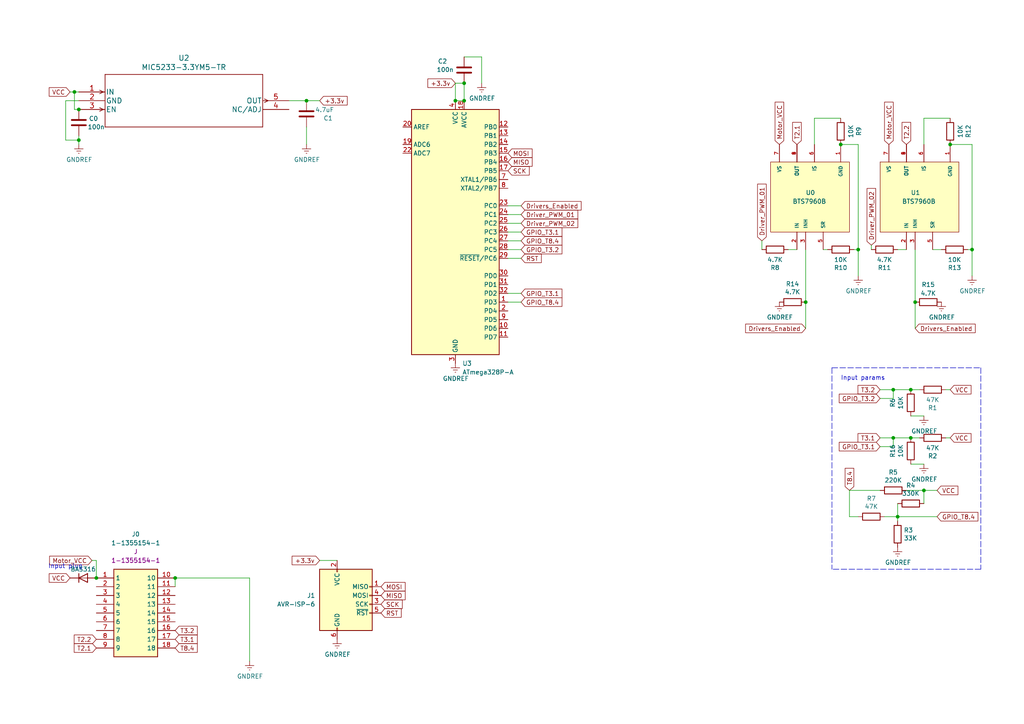
<source format=kicad_sch>
(kicad_sch (version 20211123) (generator eeschema)

  (uuid d425ebb0-f639-451d-a86d-9382fb7415e3)

  (paper "A4")

  (lib_symbols
    (symbol "1-1355154-1:1-1355154-1" (in_bom yes) (on_board yes)
      (property "Reference" "" (id 0) (at 0 0 0)
        (effects (font (size 1.27 1.27)))
      )
      (property "Value" "1-1355154-1" (id 1) (at 0 0 0)
        (effects (font (size 1.27 1.27)))
      )
      (property "Footprint" "" (id 2) (at 0 0 0)
        (effects (font (size 1.27 1.27)) hide)
      )
      (property "Datasheet" "" (id 3) (at 0 0 0)
        (effects (font (size 1.27 1.27)) hide)
      )
      (property "Reference_1" "J" (id 4) (at 19.05 7.62 0)
        (effects (font (size 1.27 1.27)) (justify left top))
      )
      (property "Value_1" "1-1355154-1" (id 5) (at 19.05 5.08 0)
        (effects (font (size 1.27 1.27)) (justify left top))
      )
      (property "Footprint_1" "113551541" (id 6) (at 19.05 -94.92 0)
        (effects (font (size 1.27 1.27)) (justify left top) hide)
      )
      (property "Datasheet_1" "https://www.te.com/commerce/DocumentDelivery/DDEController?Action=showdoc&DocId=Customer+Drawing%7F1355154%7FB4%7Fpdf%7FEnglish%7FENG_CD_1355154_B4.pdf%7F1-1355154-1" (id 7) (at 19.05 -194.92 0)
        (effects (font (size 1.27 1.27)) (justify left top) hide)
      )
      (property "Height" "20.5" (id 8) (at 19.05 -394.92 0)
        (effects (font (size 1.27 1.27)) (justify left top) hide)
      )
      (property "Manufacturer_Name" "TE Connectivity" (id 9) (at 19.05 -494.92 0)
        (effects (font (size 1.27 1.27)) (justify left top) hide)
      )
      (property "Manufacturer_Part_Number" "1-1355154-1" (id 10) (at 19.05 -594.92 0)
        (effects (font (size 1.27 1.27)) (justify left top) hide)
      )
      (property "Mouser Part Number" "571-1-1355154-1" (id 11) (at 19.05 -694.92 0)
        (effects (font (size 1.27 1.27)) (justify left top) hide)
      )
      (property "Mouser Price/Stock" "https://www.mouser.co.uk/ProductDetail/TE-Connectivity-AMP/1-1355154-1?qs=WBj8811fzwHsyu%252BTQqBbfw%3D%3D" (id 12) (at 19.05 -794.92 0)
        (effects (font (size 1.27 1.27)) (justify left top) hide)
      )
      (property "Arrow Part Number" "1-1355154-1" (id 13) (at 19.05 -894.92 0)
        (effects (font (size 1.27 1.27)) (justify left top) hide)
      )
      (property "Arrow Price/Stock" "https://www.arrow.com/en/products/1-1355154-1/te-connectivity?region=europe" (id 14) (at 19.05 -994.92 0)
        (effects (font (size 1.27 1.27)) (justify left top) hide)
      )
      (property "ki_description" "Header vert 18 way Pin 2.54mm Quadlock" (id 15) (at 0 0 0)
        (effects (font (size 1.27 1.27)) hide)
      )
      (symbol "1-1355154-1_1_1"
        (rectangle (start 5.08 2.54) (end 17.78 -22.86)
          (stroke (width 0.254) (type default) (color 0 0 0 0))
          (fill (type background))
        )
        (pin passive line (at 0 0 0) (length 5.08)
          (name "1" (effects (font (size 1.27 1.27))))
          (number "1" (effects (font (size 1.27 1.27))))
        )
        (pin passive line (at 22.86 0 180) (length 5.08)
          (name "10" (effects (font (size 1.27 1.27))))
          (number "10" (effects (font (size 1.27 1.27))))
        )
        (pin passive line (at 22.86 -2.54 180) (length 5.08)
          (name "11" (effects (font (size 1.27 1.27))))
          (number "11" (effects (font (size 1.27 1.27))))
        )
        (pin passive line (at 22.86 -5.08 180) (length 5.08)
          (name "12" (effects (font (size 1.27 1.27))))
          (number "12" (effects (font (size 1.27 1.27))))
        )
        (pin passive line (at 22.86 -7.62 180) (length 5.08)
          (name "13" (effects (font (size 1.27 1.27))))
          (number "13" (effects (font (size 1.27 1.27))))
        )
        (pin passive line (at 22.86 -10.16 180) (length 5.08)
          (name "14" (effects (font (size 1.27 1.27))))
          (number "14" (effects (font (size 1.27 1.27))))
        )
        (pin passive line (at 22.86 -12.7 180) (length 5.08)
          (name "15" (effects (font (size 1.27 1.27))))
          (number "15" (effects (font (size 1.27 1.27))))
        )
        (pin passive line (at 22.86 -15.24 180) (length 5.08)
          (name "16" (effects (font (size 1.27 1.27))))
          (number "16" (effects (font (size 1.27 1.27))))
        )
        (pin passive line (at 22.86 -17.78 180) (length 5.08)
          (name "17" (effects (font (size 1.27 1.27))))
          (number "17" (effects (font (size 1.27 1.27))))
        )
        (pin passive line (at 22.86 -20.32 180) (length 5.08)
          (name "18" (effects (font (size 1.27 1.27))))
          (number "18" (effects (font (size 1.27 1.27))))
        )
        (pin passive line (at 0 -2.54 0) (length 5.08)
          (name "2" (effects (font (size 1.27 1.27))))
          (number "2" (effects (font (size 1.27 1.27))))
        )
        (pin passive line (at 0 -5.08 0) (length 5.08)
          (name "3" (effects (font (size 1.27 1.27))))
          (number "3" (effects (font (size 1.27 1.27))))
        )
        (pin passive line (at 0 -7.62 0) (length 5.08)
          (name "4" (effects (font (size 1.27 1.27))))
          (number "4" (effects (font (size 1.27 1.27))))
        )
        (pin passive line (at 0 -10.16 0) (length 5.08)
          (name "5" (effects (font (size 1.27 1.27))))
          (number "5" (effects (font (size 1.27 1.27))))
        )
        (pin passive line (at 0 -12.7 0) (length 5.08)
          (name "6" (effects (font (size 1.27 1.27))))
          (number "6" (effects (font (size 1.27 1.27))))
        )
        (pin passive line (at 0 -15.24 0) (length 5.08)
          (name "7" (effects (font (size 1.27 1.27))))
          (number "7" (effects (font (size 1.27 1.27))))
        )
        (pin passive line (at 0 -17.78 0) (length 5.08)
          (name "8" (effects (font (size 1.27 1.27))))
          (number "8" (effects (font (size 1.27 1.27))))
        )
        (pin passive line (at 0 -20.32 0) (length 5.08)
          (name "9" (effects (font (size 1.27 1.27))))
          (number "9" (effects (font (size 1.27 1.27))))
        )
      )
    )
    (symbol "2020-07-31_14-37-59:MIC5233-3.3YM5-TR" (pin_names (offset 0.254)) (in_bom yes) (on_board yes)
      (property "Reference" "U" (id 0) (at 30.48 10.16 0)
        (effects (font (size 1.524 1.524)))
      )
      (property "Value" "2020-07-31_14-37-59_MIC5233-3.3YM5-TR" (id 1) (at 30.48 7.62 0)
        (effects (font (size 1.524 1.524)))
      )
      (property "Footprint" "SOT-23-5_M5_MCH" (id 2) (at 30.48 6.096 0)
        (effects (font (size 1.524 1.524)) hide)
      )
      (property "Datasheet" "" (id 3) (at 0 0 0)
        (effects (font (size 1.524 1.524)))
      )
      (property "ki_locked" "" (id 4) (at 0 0 0)
        (effects (font (size 1.27 1.27)))
      )
      (property "ki_fp_filters" "SOT-23-5_M5_MCH SOT-23-5_M5_MCH-M SOT-23-5_M5_MCH-L" (id 5) (at 0 0 0)
        (effects (font (size 1.27 1.27)) hide)
      )
      (symbol "MIC5233-3.3YM5-TR_1_1"
        (polyline
          (pts
            (xy 7.112 -5.08)
            (xy 6.0452 -5.588)
          )
          (stroke (width 0.2032) (type default) (color 0 0 0 0))
          (fill (type none))
        )
        (polyline
          (pts
            (xy 7.112 -5.08)
            (xy 6.0452 -4.572)
          )
          (stroke (width 0.2032) (type default) (color 0 0 0 0))
          (fill (type none))
        )
        (polyline
          (pts
            (xy 7.112 0)
            (xy 6.0452 -0.508)
          )
          (stroke (width 0.2032) (type default) (color 0 0 0 0))
          (fill (type none))
        )
        (polyline
          (pts
            (xy 7.112 0)
            (xy 6.0452 0.508)
          )
          (stroke (width 0.2032) (type default) (color 0 0 0 0))
          (fill (type none))
        )
        (polyline
          (pts
            (xy 7.62 -10.16)
            (xy 53.34 -10.16)
          )
          (stroke (width 0.2032) (type default) (color 0 0 0 0))
          (fill (type none))
        )
        (polyline
          (pts
            (xy 7.62 5.08)
            (xy 7.62 -10.16)
          )
          (stroke (width 0.2032) (type default) (color 0 0 0 0))
          (fill (type none))
        )
        (polyline
          (pts
            (xy 53.34 -10.16)
            (xy 53.34 5.08)
          )
          (stroke (width 0.2032) (type default) (color 0 0 0 0))
          (fill (type none))
        )
        (polyline
          (pts
            (xy 53.34 5.08)
            (xy 7.62 5.08)
          )
          (stroke (width 0.2032) (type default) (color 0 0 0 0))
          (fill (type none))
        )
        (polyline
          (pts
            (xy 53.848 -3.048)
            (xy 54.9148 -2.54)
          )
          (stroke (width 0.2032) (type default) (color 0 0 0 0))
          (fill (type none))
        )
        (polyline
          (pts
            (xy 53.848 -2.032)
            (xy 54.9148 -2.54)
          )
          (stroke (width 0.2032) (type default) (color 0 0 0 0))
          (fill (type none))
        )
        (pin input line (at 0 0 0) (length 7.62)
          (name "IN" (effects (font (size 1.4986 1.4986))))
          (number "1" (effects (font (size 1.4986 1.4986))))
        )
        (pin power_in line (at 0 -2.54 0) (length 7.62)
          (name "GND" (effects (font (size 1.4986 1.4986))))
          (number "2" (effects (font (size 1.4986 1.4986))))
        )
        (pin input line (at 0 -5.08 0) (length 7.62)
          (name "EN" (effects (font (size 1.4986 1.4986))))
          (number "3" (effects (font (size 1.4986 1.4986))))
        )
        (pin unspecified line (at 60.96 -5.08 180) (length 7.62)
          (name "NC/ADJ" (effects (font (size 1.4986 1.4986))))
          (number "4" (effects (font (size 1.4986 1.4986))))
        )
        (pin output line (at 60.96 -2.54 180) (length 7.62)
          (name "OUT" (effects (font (size 1.4986 1.4986))))
          (number "5" (effects (font (size 1.4986 1.4986))))
        )
      )
    )
    (symbol "Connector:AVR-ISP-6" (pin_names (offset 1.016)) (in_bom yes) (on_board yes)
      (property "Reference" "J" (id 0) (at -6.35 11.43 0)
        (effects (font (size 1.27 1.27)) (justify left))
      )
      (property "Value" "AVR-ISP-6" (id 1) (at 0 11.43 0)
        (effects (font (size 1.27 1.27)) (justify left))
      )
      (property "Footprint" "" (id 2) (at -6.35 1.27 90)
        (effects (font (size 1.27 1.27)) hide)
      )
      (property "Datasheet" " ~" (id 3) (at -32.385 -13.97 0)
        (effects (font (size 1.27 1.27)) hide)
      )
      (property "ki_keywords" "AVR ISP Connector" (id 4) (at 0 0 0)
        (effects (font (size 1.27 1.27)) hide)
      )
      (property "ki_description" "Atmel 6-pin ISP connector" (id 5) (at 0 0 0)
        (effects (font (size 1.27 1.27)) hide)
      )
      (property "ki_fp_filters" "IDC?Header*2x03* Pin?Header*2x03*" (id 6) (at 0 0 0)
        (effects (font (size 1.27 1.27)) hide)
      )
      (symbol "AVR-ISP-6_0_1"
        (rectangle (start -2.667 -6.858) (end -2.413 -7.62)
          (stroke (width 0) (type default) (color 0 0 0 0))
          (fill (type none))
        )
        (rectangle (start -2.667 10.16) (end -2.413 9.398)
          (stroke (width 0) (type default) (color 0 0 0 0))
          (fill (type none))
        )
        (rectangle (start 7.62 -2.413) (end 6.858 -2.667)
          (stroke (width 0) (type default) (color 0 0 0 0))
          (fill (type none))
        )
        (rectangle (start 7.62 0.127) (end 6.858 -0.127)
          (stroke (width 0) (type default) (color 0 0 0 0))
          (fill (type none))
        )
        (rectangle (start 7.62 2.667) (end 6.858 2.413)
          (stroke (width 0) (type default) (color 0 0 0 0))
          (fill (type none))
        )
        (rectangle (start 7.62 5.207) (end 6.858 4.953)
          (stroke (width 0) (type default) (color 0 0 0 0))
          (fill (type none))
        )
        (rectangle (start 7.62 10.16) (end -7.62 -7.62)
          (stroke (width 0.254) (type default) (color 0 0 0 0))
          (fill (type background))
        )
      )
      (symbol "AVR-ISP-6_1_1"
        (pin passive line (at 10.16 5.08 180) (length 2.54)
          (name "MISO" (effects (font (size 1.27 1.27))))
          (number "1" (effects (font (size 1.27 1.27))))
        )
        (pin passive line (at -2.54 12.7 270) (length 2.54)
          (name "VCC" (effects (font (size 1.27 1.27))))
          (number "2" (effects (font (size 1.27 1.27))))
        )
        (pin passive line (at 10.16 0 180) (length 2.54)
          (name "SCK" (effects (font (size 1.27 1.27))))
          (number "3" (effects (font (size 1.27 1.27))))
        )
        (pin passive line (at 10.16 2.54 180) (length 2.54)
          (name "MOSI" (effects (font (size 1.27 1.27))))
          (number "4" (effects (font (size 1.27 1.27))))
        )
        (pin passive line (at 10.16 -2.54 180) (length 2.54)
          (name "~{RST}" (effects (font (size 1.27 1.27))))
          (number "5" (effects (font (size 1.27 1.27))))
        )
        (pin passive line (at -2.54 -10.16 90) (length 2.54)
          (name "GND" (effects (font (size 1.27 1.27))))
          (number "6" (effects (font (size 1.27 1.27))))
        )
      )
    )
    (symbol "Device:C" (pin_numbers hide) (pin_names (offset 0.254)) (in_bom yes) (on_board yes)
      (property "Reference" "C" (id 0) (at 0.635 2.54 0)
        (effects (font (size 1.27 1.27)) (justify left))
      )
      (property "Value" "C" (id 1) (at 0.635 -2.54 0)
        (effects (font (size 1.27 1.27)) (justify left))
      )
      (property "Footprint" "" (id 2) (at 0.9652 -3.81 0)
        (effects (font (size 1.27 1.27)) hide)
      )
      (property "Datasheet" "~" (id 3) (at 0 0 0)
        (effects (font (size 1.27 1.27)) hide)
      )
      (property "ki_keywords" "cap capacitor" (id 4) (at 0 0 0)
        (effects (font (size 1.27 1.27)) hide)
      )
      (property "ki_description" "Unpolarized capacitor" (id 5) (at 0 0 0)
        (effects (font (size 1.27 1.27)) hide)
      )
      (property "ki_fp_filters" "C_*" (id 6) (at 0 0 0)
        (effects (font (size 1.27 1.27)) hide)
      )
      (symbol "C_0_1"
        (polyline
          (pts
            (xy -2.032 -0.762)
            (xy 2.032 -0.762)
          )
          (stroke (width 0.508) (type default) (color 0 0 0 0))
          (fill (type none))
        )
        (polyline
          (pts
            (xy -2.032 0.762)
            (xy 2.032 0.762)
          )
          (stroke (width 0.508) (type default) (color 0 0 0 0))
          (fill (type none))
        )
      )
      (symbol "C_1_1"
        (pin passive line (at 0 3.81 270) (length 2.794)
          (name "~" (effects (font (size 1.27 1.27))))
          (number "1" (effects (font (size 1.27 1.27))))
        )
        (pin passive line (at 0 -3.81 90) (length 2.794)
          (name "~" (effects (font (size 1.27 1.27))))
          (number "2" (effects (font (size 1.27 1.27))))
        )
      )
    )
    (symbol "Device:R" (pin_numbers hide) (pin_names (offset 0)) (in_bom yes) (on_board yes)
      (property "Reference" "R" (id 0) (at 2.032 0 90)
        (effects (font (size 1.27 1.27)))
      )
      (property "Value" "R" (id 1) (at 0 0 90)
        (effects (font (size 1.27 1.27)))
      )
      (property "Footprint" "" (id 2) (at -1.778 0 90)
        (effects (font (size 1.27 1.27)) hide)
      )
      (property "Datasheet" "~" (id 3) (at 0 0 0)
        (effects (font (size 1.27 1.27)) hide)
      )
      (property "ki_keywords" "R res resistor" (id 4) (at 0 0 0)
        (effects (font (size 1.27 1.27)) hide)
      )
      (property "ki_description" "Resistor" (id 5) (at 0 0 0)
        (effects (font (size 1.27 1.27)) hide)
      )
      (property "ki_fp_filters" "R_*" (id 6) (at 0 0 0)
        (effects (font (size 1.27 1.27)) hide)
      )
      (symbol "R_0_1"
        (rectangle (start -1.016 -2.54) (end 1.016 2.54)
          (stroke (width 0.254) (type default) (color 0 0 0 0))
          (fill (type none))
        )
      )
      (symbol "R_1_1"
        (pin passive line (at 0 3.81 270) (length 1.27)
          (name "~" (effects (font (size 1.27 1.27))))
          (number "1" (effects (font (size 1.27 1.27))))
        )
        (pin passive line (at 0 -3.81 90) (length 1.27)
          (name "~" (effects (font (size 1.27 1.27))))
          (number "2" (effects (font (size 1.27 1.27))))
        )
      )
    )
    (symbol "Diode:BAS316" (pin_numbers hide) (pin_names hide) (in_bom yes) (on_board yes)
      (property "Reference" "D" (id 0) (at 0 2.54 0)
        (effects (font (size 1.27 1.27)))
      )
      (property "Value" "BAS316" (id 1) (at 0 -2.54 0)
        (effects (font (size 1.27 1.27)))
      )
      (property "Footprint" "Diode_SMD:D_SOD-323" (id 2) (at 0 -4.445 0)
        (effects (font (size 1.27 1.27)) hide)
      )
      (property "Datasheet" "https://assets.nexperia.com/documents/data-sheet/BAS16_SER.pdf" (id 3) (at 0 0 0)
        (effects (font (size 1.27 1.27)) hide)
      )
      (property "ki_keywords" "diode" (id 4) (at 0 0 0)
        (effects (font (size 1.27 1.27)) hide)
      )
      (property "ki_description" "100V, 0.25A, High-speed Switching Diode, SOD-323" (id 5) (at 0 0 0)
        (effects (font (size 1.27 1.27)) hide)
      )
      (property "ki_fp_filters" "D*SOD?323*" (id 6) (at 0 0 0)
        (effects (font (size 1.27 1.27)) hide)
      )
      (symbol "BAS316_0_1"
        (polyline
          (pts
            (xy -1.27 1.27)
            (xy -1.27 -1.27)
          )
          (stroke (width 0.254) (type default) (color 0 0 0 0))
          (fill (type none))
        )
        (polyline
          (pts
            (xy 1.27 0)
            (xy -1.27 0)
          )
          (stroke (width 0) (type default) (color 0 0 0 0))
          (fill (type none))
        )
        (polyline
          (pts
            (xy 1.27 1.27)
            (xy 1.27 -1.27)
            (xy -1.27 0)
            (xy 1.27 1.27)
          )
          (stroke (width 0.254) (type default) (color 0 0 0 0))
          (fill (type none))
        )
      )
      (symbol "BAS316_1_1"
        (pin passive line (at -3.81 0 0) (length 2.54)
          (name "K" (effects (font (size 1.27 1.27))))
          (number "1" (effects (font (size 1.27 1.27))))
        )
        (pin passive line (at 3.81 0 180) (length 2.54)
          (name "A" (effects (font (size 1.27 1.27))))
          (number "2" (effects (font (size 1.27 1.27))))
        )
      )
    )
    (symbol "MCU_Microchip_ATmega:ATmega328P-A" (in_bom yes) (on_board yes)
      (property "Reference" "U" (id 0) (at -12.7 36.83 0)
        (effects (font (size 1.27 1.27)) (justify left bottom))
      )
      (property "Value" "ATmega328P-A" (id 1) (at 2.54 -36.83 0)
        (effects (font (size 1.27 1.27)) (justify left top))
      )
      (property "Footprint" "Package_QFP:TQFP-32_7x7mm_P0.8mm" (id 2) (at 0 0 0)
        (effects (font (size 1.27 1.27) italic) hide)
      )
      (property "Datasheet" "http://ww1.microchip.com/downloads/en/DeviceDoc/ATmega328_P%20AVR%20MCU%20with%20picoPower%20Technology%20Data%20Sheet%2040001984A.pdf" (id 3) (at 0 0 0)
        (effects (font (size 1.27 1.27)) hide)
      )
      (property "ki_keywords" "AVR 8bit Microcontroller MegaAVR PicoPower" (id 4) (at 0 0 0)
        (effects (font (size 1.27 1.27)) hide)
      )
      (property "ki_description" "20MHz, 32kB Flash, 2kB SRAM, 1kB EEPROM, TQFP-32" (id 5) (at 0 0 0)
        (effects (font (size 1.27 1.27)) hide)
      )
      (property "ki_fp_filters" "TQFP*7x7mm*P0.8mm*" (id 6) (at 0 0 0)
        (effects (font (size 1.27 1.27)) hide)
      )
      (symbol "ATmega328P-A_0_1"
        (rectangle (start -12.7 -35.56) (end 12.7 35.56)
          (stroke (width 0.254) (type default) (color 0 0 0 0))
          (fill (type background))
        )
      )
      (symbol "ATmega328P-A_1_1"
        (pin bidirectional line (at 15.24 -20.32 180) (length 2.54)
          (name "PD3" (effects (font (size 1.27 1.27))))
          (number "1" (effects (font (size 1.27 1.27))))
        )
        (pin bidirectional line (at 15.24 -27.94 180) (length 2.54)
          (name "PD6" (effects (font (size 1.27 1.27))))
          (number "10" (effects (font (size 1.27 1.27))))
        )
        (pin bidirectional line (at 15.24 -30.48 180) (length 2.54)
          (name "PD7" (effects (font (size 1.27 1.27))))
          (number "11" (effects (font (size 1.27 1.27))))
        )
        (pin bidirectional line (at 15.24 30.48 180) (length 2.54)
          (name "PB0" (effects (font (size 1.27 1.27))))
          (number "12" (effects (font (size 1.27 1.27))))
        )
        (pin bidirectional line (at 15.24 27.94 180) (length 2.54)
          (name "PB1" (effects (font (size 1.27 1.27))))
          (number "13" (effects (font (size 1.27 1.27))))
        )
        (pin bidirectional line (at 15.24 25.4 180) (length 2.54)
          (name "PB2" (effects (font (size 1.27 1.27))))
          (number "14" (effects (font (size 1.27 1.27))))
        )
        (pin bidirectional line (at 15.24 22.86 180) (length 2.54)
          (name "PB3" (effects (font (size 1.27 1.27))))
          (number "15" (effects (font (size 1.27 1.27))))
        )
        (pin bidirectional line (at 15.24 20.32 180) (length 2.54)
          (name "PB4" (effects (font (size 1.27 1.27))))
          (number "16" (effects (font (size 1.27 1.27))))
        )
        (pin bidirectional line (at 15.24 17.78 180) (length 2.54)
          (name "PB5" (effects (font (size 1.27 1.27))))
          (number "17" (effects (font (size 1.27 1.27))))
        )
        (pin power_in line (at 2.54 38.1 270) (length 2.54)
          (name "AVCC" (effects (font (size 1.27 1.27))))
          (number "18" (effects (font (size 1.27 1.27))))
        )
        (pin input line (at -15.24 25.4 0) (length 2.54)
          (name "ADC6" (effects (font (size 1.27 1.27))))
          (number "19" (effects (font (size 1.27 1.27))))
        )
        (pin bidirectional line (at 15.24 -22.86 180) (length 2.54)
          (name "PD4" (effects (font (size 1.27 1.27))))
          (number "2" (effects (font (size 1.27 1.27))))
        )
        (pin passive line (at -15.24 30.48 0) (length 2.54)
          (name "AREF" (effects (font (size 1.27 1.27))))
          (number "20" (effects (font (size 1.27 1.27))))
        )
        (pin passive line (at 0 -38.1 90) (length 2.54) hide
          (name "GND" (effects (font (size 1.27 1.27))))
          (number "21" (effects (font (size 1.27 1.27))))
        )
        (pin input line (at -15.24 22.86 0) (length 2.54)
          (name "ADC7" (effects (font (size 1.27 1.27))))
          (number "22" (effects (font (size 1.27 1.27))))
        )
        (pin bidirectional line (at 15.24 7.62 180) (length 2.54)
          (name "PC0" (effects (font (size 1.27 1.27))))
          (number "23" (effects (font (size 1.27 1.27))))
        )
        (pin bidirectional line (at 15.24 5.08 180) (length 2.54)
          (name "PC1" (effects (font (size 1.27 1.27))))
          (number "24" (effects (font (size 1.27 1.27))))
        )
        (pin bidirectional line (at 15.24 2.54 180) (length 2.54)
          (name "PC2" (effects (font (size 1.27 1.27))))
          (number "25" (effects (font (size 1.27 1.27))))
        )
        (pin bidirectional line (at 15.24 0 180) (length 2.54)
          (name "PC3" (effects (font (size 1.27 1.27))))
          (number "26" (effects (font (size 1.27 1.27))))
        )
        (pin bidirectional line (at 15.24 -2.54 180) (length 2.54)
          (name "PC4" (effects (font (size 1.27 1.27))))
          (number "27" (effects (font (size 1.27 1.27))))
        )
        (pin bidirectional line (at 15.24 -5.08 180) (length 2.54)
          (name "PC5" (effects (font (size 1.27 1.27))))
          (number "28" (effects (font (size 1.27 1.27))))
        )
        (pin bidirectional line (at 15.24 -7.62 180) (length 2.54)
          (name "~{RESET}/PC6" (effects (font (size 1.27 1.27))))
          (number "29" (effects (font (size 1.27 1.27))))
        )
        (pin power_in line (at 0 -38.1 90) (length 2.54)
          (name "GND" (effects (font (size 1.27 1.27))))
          (number "3" (effects (font (size 1.27 1.27))))
        )
        (pin bidirectional line (at 15.24 -12.7 180) (length 2.54)
          (name "PD0" (effects (font (size 1.27 1.27))))
          (number "30" (effects (font (size 1.27 1.27))))
        )
        (pin bidirectional line (at 15.24 -15.24 180) (length 2.54)
          (name "PD1" (effects (font (size 1.27 1.27))))
          (number "31" (effects (font (size 1.27 1.27))))
        )
        (pin bidirectional line (at 15.24 -17.78 180) (length 2.54)
          (name "PD2" (effects (font (size 1.27 1.27))))
          (number "32" (effects (font (size 1.27 1.27))))
        )
        (pin power_in line (at 0 38.1 270) (length 2.54)
          (name "VCC" (effects (font (size 1.27 1.27))))
          (number "4" (effects (font (size 1.27 1.27))))
        )
        (pin passive line (at 0 -38.1 90) (length 2.54) hide
          (name "GND" (effects (font (size 1.27 1.27))))
          (number "5" (effects (font (size 1.27 1.27))))
        )
        (pin passive line (at 0 38.1 270) (length 2.54) hide
          (name "VCC" (effects (font (size 1.27 1.27))))
          (number "6" (effects (font (size 1.27 1.27))))
        )
        (pin bidirectional line (at 15.24 15.24 180) (length 2.54)
          (name "XTAL1/PB6" (effects (font (size 1.27 1.27))))
          (number "7" (effects (font (size 1.27 1.27))))
        )
        (pin bidirectional line (at 15.24 12.7 180) (length 2.54)
          (name "XTAL2/PB7" (effects (font (size 1.27 1.27))))
          (number "8" (effects (font (size 1.27 1.27))))
        )
        (pin bidirectional line (at 15.24 -25.4 180) (length 2.54)
          (name "PD5" (effects (font (size 1.27 1.27))))
          (number "9" (effects (font (size 1.27 1.27))))
        )
      )
    )
    (symbol "SC_Via_4G:BTS7960B" (pin_names (offset 1.016)) (in_bom yes) (on_board yes)
      (property "Reference" "U" (id 0) (at -10.16 10.922 0)
        (effects (font (size 1.27 1.27)) (justify left bottom))
      )
      (property "Value" "BTS7960B" (id 1) (at -10.16 -15.24 0)
        (effects (font (size 1.27 1.27)) (justify left bottom))
      )
      (property "Footprint" "BTS7960B:DPAK127P1490X440-8N" (id 2) (at 0 0 0)
        (effects (font (size 1.27 1.27)) (justify bottom) hide)
      )
      (property "Datasheet" "" (id 3) (at 0 0 0)
        (effects (font (size 1.27 1.27)) hide)
      )
      (property "MF" "Infineon" (id 4) (at 0 0 0)
        (effects (font (size 1.27 1.27)) (justify bottom) hide)
      )
      (property "MAXIMUM_PACKAGE_HEIGHT" "4.4mm" (id 5) (at 0 0 0)
        (effects (font (size 1.27 1.27)) (justify bottom) hide)
      )
      (property "Package" "TO-263 Infineon" (id 6) (at 0 0 0)
        (effects (font (size 1.27 1.27)) (justify bottom) hide)
      )
      (property "Price" "None" (id 7) (at 0 0 0)
        (effects (font (size 1.27 1.27)) (justify bottom) hide)
      )
      (property "Check_prices" "https://www.snapeda.com/parts/BTS7960B/Infineon+Technologies/view-part/?ref=eda" (id 8) (at 0 0 0)
        (effects (font (size 1.27 1.27)) (justify bottom) hide)
      )
      (property "STANDARD" "IPC-7351B" (id 9) (at 0 0 0)
        (effects (font (size 1.27 1.27)) (justify bottom) hide)
      )
      (property "PARTREV" "1.1" (id 10) (at 0 0 0)
        (effects (font (size 1.27 1.27)) (justify bottom) hide)
      )
      (property "SnapEDA_Link" "https://www.snapeda.com/parts/BTS7960B/Infineon+Technologies/view-part/?ref=snap" (id 11) (at 0 0 0)
        (effects (font (size 1.27 1.27)) (justify bottom) hide)
      )
      (property "MP" "BTS7960B" (id 12) (at 0 0 0)
        (effects (font (size 1.27 1.27)) (justify bottom) hide)
      )
      (property "Purchase-URL" "https://www.snapeda.com/api/url_track_click_mouser/?unipart_id=567474&manufacturer=Infineon&part_name=BTS7960B&search_term=None" (id 13) (at 0 0 0)
        (effects (font (size 1.27 1.27)) (justify bottom) hide)
      )
      (property "Description" "\nHalf Bridge Driver DC Motors, General Purpose DMOS PG-TO263-7-1\n" (id 14) (at 0 0 0)
        (effects (font (size 1.27 1.27)) (justify bottom) hide)
      )
      (property "Availability" "In Stock" (id 15) (at 0 0 0)
        (effects (font (size 1.27 1.27)) (justify bottom) hide)
      )
      (property "MANUFACTURER" "Infineon" (id 16) (at 0 0 0)
        (effects (font (size 1.27 1.27)) (justify bottom) hide)
      )
      (symbol "BTS7960B_0_0"
        (rectangle (start -10.16 -12.7) (end 10.16 10.16)
          (stroke (width 0.1524) (type default) (color 0 0 0 0))
          (fill (type background))
        )
        (pin power_in line (at 15.24 -10.16 180) (length 5.08)
          (name "GND" (effects (font (size 1.016 1.016))))
          (number "1" (effects (font (size 1.016 1.016))))
        )
        (pin input line (at -15.24 2.54 0) (length 5.08)
          (name "IN" (effects (font (size 1.016 1.016))))
          (number "2" (effects (font (size 1.016 1.016))))
        )
        (pin input line (at -15.24 0 0) (length 5.08)
          (name "INH" (effects (font (size 1.016 1.016))))
          (number "3" (effects (font (size 1.016 1.016))))
        )
        (pin output line (at 15.24 2.54 180) (length 5.08)
          (name "OUT" (effects (font (size 1.016 1.016))))
          (number "4" (effects (font (size 1.016 1.016))))
        )
        (pin input line (at -15.24 -5.08 0) (length 5.08)
          (name "SR" (effects (font (size 1.016 1.016))))
          (number "5" (effects (font (size 1.016 1.016))))
        )
        (pin output line (at 15.24 -2.54 180) (length 5.08)
          (name "IS" (effects (font (size 1.016 1.016))))
          (number "6" (effects (font (size 1.016 1.016))))
        )
        (pin power_in line (at 15.24 7.62 180) (length 5.08)
          (name "VS" (effects (font (size 1.016 1.016))))
          (number "7" (effects (font (size 1.016 1.016))))
        )
        (pin output line (at 15.24 2.54 180) (length 5.08)
          (name "OUT" (effects (font (size 1.016 1.016))))
          (number "8" (effects (font (size 1.016 1.016))))
        )
      )
    )
    (symbol "power:GNDREF" (power) (pin_names (offset 0)) (in_bom yes) (on_board yes)
      (property "Reference" "#PWR" (id 0) (at 0 -6.35 0)
        (effects (font (size 1.27 1.27)) hide)
      )
      (property "Value" "GNDREF" (id 1) (at 0 -3.81 0)
        (effects (font (size 1.27 1.27)))
      )
      (property "Footprint" "" (id 2) (at 0 0 0)
        (effects (font (size 1.27 1.27)) hide)
      )
      (property "Datasheet" "" (id 3) (at 0 0 0)
        (effects (font (size 1.27 1.27)) hide)
      )
      (property "ki_keywords" "power-flag" (id 4) (at 0 0 0)
        (effects (font (size 1.27 1.27)) hide)
      )
      (property "ki_description" "Power symbol creates a global label with name \"GNDREF\" , reference supply ground" (id 5) (at 0 0 0)
        (effects (font (size 1.27 1.27)) hide)
      )
      (symbol "GNDREF_0_1"
        (polyline
          (pts
            (xy -0.635 -1.905)
            (xy 0.635 -1.905)
          )
          (stroke (width 0) (type default) (color 0 0 0 0))
          (fill (type none))
        )
        (polyline
          (pts
            (xy -0.127 -2.54)
            (xy 0.127 -2.54)
          )
          (stroke (width 0) (type default) (color 0 0 0 0))
          (fill (type none))
        )
        (polyline
          (pts
            (xy 0 -1.27)
            (xy 0 0)
          )
          (stroke (width 0) (type default) (color 0 0 0 0))
          (fill (type none))
        )
        (polyline
          (pts
            (xy 1.27 -1.27)
            (xy -1.27 -1.27)
          )
          (stroke (width 0) (type default) (color 0 0 0 0))
          (fill (type none))
        )
      )
      (symbol "GNDREF_1_1"
        (pin power_in line (at 0 0 270) (length 0) hide
          (name "GNDREF" (effects (font (size 1.27 1.27))))
          (number "1" (effects (font (size 1.27 1.27))))
        )
      )
    )
  )

  (junction (at 259.08 113.03) (diameter 0) (color 0 0 0 0)
    (uuid 0b115424-3259-4f5f-965f-c3013950ce03)
  )
  (junction (at 265.43 87.63) (diameter 0) (color 0 0 0 0)
    (uuid 16f06e90-7f9c-49b2-bf3c-1822b5e38988)
  )
  (junction (at 259.08 127) (diameter 0) (color 0 0 0 0)
    (uuid 4074aafb-b648-476a-99dc-0a4cc547cff8)
  )
  (junction (at 233.68 87.63) (diameter 0) (color 0 0 0 0)
    (uuid 488f50e7-e254-4b57-8929-ff2b3a9d4014)
  )
  (junction (at 134.62 29.21) (diameter 0) (color 0 0 0 0)
    (uuid 4a688e65-2b45-45f7-9f70-f6e6d73cf545)
  )
  (junction (at 264.16 127) (diameter 0) (color 0 0 0 0)
    (uuid 5beb7a9c-8a95-45dd-b35e-31c85bb10058)
  )
  (junction (at 267.97 142.24) (diameter 0) (color 0 0 0 0)
    (uuid 5e9c1247-2b4d-4b29-955b-e9612674620d)
  )
  (junction (at 50.8 167.64) (diameter 0) (color 0 0 0 0)
    (uuid 6d872aa9-0251-4a64-bbbf-ce775070918f)
  )
  (junction (at 243.84 41.91) (diameter 0) (color 0 0 0 0)
    (uuid 7aaff3f8-5e8a-4402-b06e-793739193af6)
  )
  (junction (at 27.94 167.64) (diameter 0) (color 0 0 0 0)
    (uuid 8323081b-4afb-4af4-be70-531007048b85)
  )
  (junction (at 22.86 40.64) (diameter 0) (color 0 0 0 0)
    (uuid 856a422c-8f03-4ba9-b7e6-3524599ebcc0)
  )
  (junction (at 248.92 72.39) (diameter 0) (color 0 0 0 0)
    (uuid 91b549e2-5133-43c3-9fa6-00ebcced88f0)
  )
  (junction (at 22.86 31.75) (diameter 0) (color 0 0 0 0)
    (uuid 9989df94-a46e-4d61-acc1-48be12a8439f)
  )
  (junction (at 260.35 149.86) (diameter 0) (color 0 0 0 0)
    (uuid a695918d-d9dd-489f-a7d7-201bee1d7ef9)
  )
  (junction (at 275.59 41.91) (diameter 0) (color 0 0 0 0)
    (uuid ab367f23-a007-4c8f-a744-442095a41741)
  )
  (junction (at 264.16 113.03) (diameter 0) (color 0 0 0 0)
    (uuid b33706e5-71d8-40d5-a94a-37066034357e)
  )
  (junction (at 21.59 26.67) (diameter 0) (color 0 0 0 0)
    (uuid b42fdb86-231c-448e-b9eb-dbc9574a8ca8)
  )
  (junction (at 281.94 72.39) (diameter 0) (color 0 0 0 0)
    (uuid bdcbb219-b5ba-44c9-9ba2-35ac6139a0c0)
  )
  (junction (at 88.9 29.21) (diameter 0) (color 0 0 0 0)
    (uuid c2a54255-e0e8-481a-aa44-244721ec6d8a)
  )
  (junction (at 134.62 24.13) (diameter 0) (color 0 0 0 0)
    (uuid e6856e17-8759-4dd8-84fd-f65733febdfb)
  )
  (junction (at 132.08 29.21) (diameter 0) (color 0 0 0 0)
    (uuid fc60d4ad-b181-49ea-865a-922c898ac316)
  )

  (wire (pts (xy 147.32 87.63) (xy 151.13 87.63))
    (stroke (width 0) (type default) (color 0 0 0 0))
    (uuid 01ba507d-ed93-4fb4-a400-242685582b13)
  )
  (wire (pts (xy 132.08 24.13) (xy 134.62 24.13))
    (stroke (width 0) (type default) (color 0 0 0 0))
    (uuid 033211d0-a9b9-4650-aada-da7c088b37cf)
  )
  (wire (pts (xy 259.08 113.03) (xy 264.16 113.03))
    (stroke (width 0) (type default) (color 0 0 0 0))
    (uuid 088725bd-f0f7-41c3-868b-bacbd159a464)
  )
  (wire (pts (xy 228.6 72.39) (xy 231.14 72.39))
    (stroke (width 0) (type default) (color 0 0 0 0))
    (uuid 09d3621f-a999-4609-b5cc-ca73a9048c5e)
  )
  (wire (pts (xy 255.27 129.54) (xy 259.08 129.54))
    (stroke (width 0) (type default) (color 0 0 0 0))
    (uuid 135e1172-8789-44cd-b7bf-89e645a20169)
  )
  (polyline (pts (xy 241.3 106.68) (xy 241.3 165.1))
    (stroke (width 0) (type default) (color 0 0 0 0))
    (uuid 178c6a33-e7ce-45ee-bb45-fbff0113c8a6)
  )

  (wire (pts (xy 264.16 127) (xy 266.7 127))
    (stroke (width 0) (type default) (color 0 0 0 0))
    (uuid 185d1389-31dc-4c39-a0be-f60d0afe84de)
  )
  (wire (pts (xy 147.32 74.93) (xy 151.13 74.93))
    (stroke (width 0) (type default) (color 0 0 0 0))
    (uuid 188bacf2-2a24-405c-b973-3888ec25651f)
  )
  (wire (pts (xy 22.86 40.64) (xy 22.86 39.37))
    (stroke (width 0) (type default) (color 0 0 0 0))
    (uuid 1cca38fc-d497-49f4-923f-73edbf05d48c)
  )
  (wire (pts (xy 88.9 41.91) (xy 88.9 36.83))
    (stroke (width 0) (type default) (color 0 0 0 0))
    (uuid 20a6a59a-5bb2-4a1b-957a-34f1cca9cc25)
  )
  (wire (pts (xy 236.22 41.91) (xy 236.22 34.29))
    (stroke (width 0) (type default) (color 0 0 0 0))
    (uuid 21985ec6-9c2d-4112-84f8-4c3bc04b1b0a)
  )
  (wire (pts (xy 236.22 34.29) (xy 243.84 34.29))
    (stroke (width 0) (type default) (color 0 0 0 0))
    (uuid 2d2466b5-4ab6-4f6f-86bb-cfee6fe1b805)
  )
  (wire (pts (xy 147.32 72.39) (xy 151.13 72.39))
    (stroke (width 0) (type default) (color 0 0 0 0))
    (uuid 2d9617a6-fd6e-4f5d-81fe-b1bfe31d4274)
  )
  (wire (pts (xy 21.59 26.67) (xy 21.59 31.75))
    (stroke (width 0) (type default) (color 0 0 0 0))
    (uuid 32798143-0648-4fc5-9312-5e0f052a930c)
  )
  (wire (pts (xy 134.62 16.51) (xy 139.7 16.51))
    (stroke (width 0) (type default) (color 0 0 0 0))
    (uuid 3382d668-9f74-4d00-9ce5-17e9672474d9)
  )
  (wire (pts (xy 134.62 24.13) (xy 134.62 29.21))
    (stroke (width 0) (type default) (color 0 0 0 0))
    (uuid 3b080d8d-9df0-4f15-a565-cd6d4f1fb53e)
  )
  (wire (pts (xy 246.38 149.86) (xy 248.92 149.86))
    (stroke (width 0) (type default) (color 0 0 0 0))
    (uuid 3d4b6f1f-2350-48c0-8670-5494c50fa4cd)
  )
  (wire (pts (xy 238.76 72.39) (xy 240.03 72.39))
    (stroke (width 0) (type default) (color 0 0 0 0))
    (uuid 3d58a2ee-3842-4e10-b152-2caa38c52b45)
  )
  (wire (pts (xy 147.32 85.09) (xy 151.13 85.09))
    (stroke (width 0) (type default) (color 0 0 0 0))
    (uuid 46cadefa-b1e2-4284-9c1e-0b033869daab)
  )
  (wire (pts (xy 259.08 127) (xy 255.27 127))
    (stroke (width 0) (type default) (color 0 0 0 0))
    (uuid 499842f7-8880-4c51-9b65-5cc60929bbb8)
  )
  (wire (pts (xy 22.86 31.75) (xy 21.59 31.75))
    (stroke (width 0) (type default) (color 0 0 0 0))
    (uuid 49ae1e26-4144-4e9a-896d-9143857164ea)
  )
  (wire (pts (xy 275.59 113.03) (xy 274.32 113.03))
    (stroke (width 0) (type default) (color 0 0 0 0))
    (uuid 49b68152-11f4-45ec-8b62-e0f98015c1ae)
  )
  (wire (pts (xy 20.32 26.67) (xy 21.59 26.67))
    (stroke (width 0) (type default) (color 0 0 0 0))
    (uuid 4b734339-6c77-44d2-912d-e7555b2244b0)
  )
  (wire (pts (xy 21.59 26.67) (xy 22.86 26.67))
    (stroke (width 0) (type default) (color 0 0 0 0))
    (uuid 4f7ff000-00aa-49e6-9750-ba9a153a2b28)
  )
  (wire (pts (xy 26.67 162.56) (xy 27.94 162.56))
    (stroke (width 0) (type default) (color 0 0 0 0))
    (uuid 531537da-738b-4301-804b-b0903ed3892a)
  )
  (wire (pts (xy 147.32 69.85) (xy 151.13 69.85))
    (stroke (width 0) (type default) (color 0 0 0 0))
    (uuid 533c9337-8fd8-45bd-9e78-5588fafbc335)
  )
  (wire (pts (xy 22.86 29.21) (xy 19.05 29.21))
    (stroke (width 0) (type default) (color 0 0 0 0))
    (uuid 5a265e49-e5cb-461a-9433-9e73ef973221)
  )
  (wire (pts (xy 271.78 149.86) (xy 260.35 149.86))
    (stroke (width 0) (type default) (color 0 0 0 0))
    (uuid 5c7f46d1-5ce7-4e0b-b67a-a5b27a118b7c)
  )
  (wire (pts (xy 267.97 142.24) (xy 271.78 142.24))
    (stroke (width 0) (type default) (color 0 0 0 0))
    (uuid 650de13b-aa83-416b-9803-3b7c4c08b2ef)
  )
  (wire (pts (xy 267.97 146.05) (xy 267.97 142.24))
    (stroke (width 0) (type default) (color 0 0 0 0))
    (uuid 66628895-7cf5-406c-991b-df657b254209)
  )
  (wire (pts (xy 132.08 29.21) (xy 132.08 24.13))
    (stroke (width 0) (type default) (color 0 0 0 0))
    (uuid 6727461b-e86a-4438-a9bd-47a0bbe554e8)
  )
  (wire (pts (xy 92.71 162.56) (xy 97.79 162.56))
    (stroke (width 0) (type default) (color 0 0 0 0))
    (uuid 6b19677e-8e05-42cb-a838-02401262b858)
  )
  (wire (pts (xy 246.38 142.24) (xy 246.38 149.86))
    (stroke (width 0) (type default) (color 0 0 0 0))
    (uuid 6ea8c210-ecc4-4ae8-84ad-5e7e1559933f)
  )
  (wire (pts (xy 88.9 29.21) (xy 83.82 29.21))
    (stroke (width 0) (type default) (color 0 0 0 0))
    (uuid 6f6e8129-4993-41df-b4c6-6d07a361d900)
  )
  (wire (pts (xy 248.92 80.01) (xy 248.92 72.39))
    (stroke (width 0) (type default) (color 0 0 0 0))
    (uuid 6fc80452-5252-470b-93ca-7267764979e1)
  )
  (wire (pts (xy 151.13 64.77) (xy 147.32 64.77))
    (stroke (width 0) (type default) (color 0 0 0 0))
    (uuid 7311b8b4-9520-4a72-b8b0-3c445047bd01)
  )
  (wire (pts (xy 248.92 41.91) (xy 243.84 41.91))
    (stroke (width 0) (type default) (color 0 0 0 0))
    (uuid 797944b2-37a8-4ca0-8a14-5a6d045c808e)
  )
  (wire (pts (xy 265.43 87.63) (xy 265.43 95.25))
    (stroke (width 0) (type default) (color 0 0 0 0))
    (uuid 7af3acc8-8db6-4341-a7e3-cae0597d12db)
  )
  (wire (pts (xy 72.39 167.64) (xy 72.39 191.77))
    (stroke (width 0) (type default) (color 0 0 0 0))
    (uuid 7b812e05-44b3-43f8-801a-81787979f2bf)
  )
  (wire (pts (xy 19.05 40.64) (xy 22.86 40.64))
    (stroke (width 0) (type default) (color 0 0 0 0))
    (uuid 7de25839-8b08-4476-a911-db0a3e114f6b)
  )
  (wire (pts (xy 147.32 67.31) (xy 151.13 67.31))
    (stroke (width 0) (type default) (color 0 0 0 0))
    (uuid 8202826b-aeef-4a15-a399-88477222d9a3)
  )
  (wire (pts (xy 267.97 34.29) (xy 267.97 41.91))
    (stroke (width 0) (type default) (color 0 0 0 0))
    (uuid 87d4a633-8170-4105-ad85-9b19954db223)
  )
  (wire (pts (xy 255.27 142.24) (xy 246.38 142.24))
    (stroke (width 0) (type default) (color 0 0 0 0))
    (uuid 931bc238-48ef-4d13-9210-9a5299764854)
  )
  (wire (pts (xy 233.68 72.39) (xy 233.68 87.63))
    (stroke (width 0) (type default) (color 0 0 0 0))
    (uuid 9436d757-c196-4fa6-a1d0-96ceeff12138)
  )
  (wire (pts (xy 260.35 146.05) (xy 260.35 149.86))
    (stroke (width 0) (type default) (color 0 0 0 0))
    (uuid 95b10de4-6939-4bad-a071-c0395b32bd5b)
  )
  (wire (pts (xy 267.97 134.62) (xy 264.16 134.62))
    (stroke (width 0) (type default) (color 0 0 0 0))
    (uuid 98201904-9bbe-475e-8d49-3973cadaaf42)
  )
  (wire (pts (xy 280.67 72.39) (xy 281.94 72.39))
    (stroke (width 0) (type default) (color 0 0 0 0))
    (uuid 993846d9-4f26-4b05-a27d-871bc3b568ee)
  )
  (wire (pts (xy 220.98 69.85) (xy 220.98 72.39))
    (stroke (width 0) (type default) (color 0 0 0 0))
    (uuid 9c5acb80-204a-4b5e-963e-d56e00a1b739)
  )
  (wire (pts (xy 275.59 127) (xy 274.32 127))
    (stroke (width 0) (type default) (color 0 0 0 0))
    (uuid 9dbf8caf-651a-45d6-b03f-7ff4577b31e4)
  )
  (wire (pts (xy 22.86 41.91) (xy 22.86 40.64))
    (stroke (width 0) (type default) (color 0 0 0 0))
    (uuid a11d943f-8def-4107-a66e-459283e7117e)
  )
  (wire (pts (xy 260.35 151.13) (xy 260.35 149.86))
    (stroke (width 0) (type default) (color 0 0 0 0))
    (uuid a286e2a9-fc9a-452b-89f2-1078b6a64fff)
  )
  (wire (pts (xy 151.13 62.23) (xy 147.32 62.23))
    (stroke (width 0) (type default) (color 0 0 0 0))
    (uuid adcaa4e7-7e05-40d8-8d05-87455c0e8ab4)
  )
  (wire (pts (xy 262.89 142.24) (xy 267.97 142.24))
    (stroke (width 0) (type default) (color 0 0 0 0))
    (uuid b3b504a5-fe62-4393-8500-7852aac34c99)
  )
  (wire (pts (xy 151.13 59.69) (xy 147.32 59.69))
    (stroke (width 0) (type default) (color 0 0 0 0))
    (uuid b77fbd53-075c-462c-b60b-0ca2c97a321a)
  )
  (wire (pts (xy 259.08 113.03) (xy 255.27 113.03))
    (stroke (width 0) (type default) (color 0 0 0 0))
    (uuid bb8413b5-6168-43d2-8f10-14dc168b59a5)
  )
  (wire (pts (xy 88.9 29.21) (xy 92.71 29.21))
    (stroke (width 0) (type default) (color 0 0 0 0))
    (uuid bd10a24f-3881-43e0-9220-4308ff8e8086)
  )
  (wire (pts (xy 275.59 41.91) (xy 281.94 41.91))
    (stroke (width 0) (type default) (color 0 0 0 0))
    (uuid c1e41568-d28e-4e17-a457-83557465d516)
  )
  (wire (pts (xy 270.51 72.39) (xy 273.05 72.39))
    (stroke (width 0) (type default) (color 0 0 0 0))
    (uuid c4f149d4-6777-4e91-9f74-89f9cb0ed396)
  )
  (wire (pts (xy 252.73 71.12) (xy 252.73 72.39))
    (stroke (width 0) (type default) (color 0 0 0 0))
    (uuid c600bc19-3159-450f-a305-b8a9cdbe1596)
  )
  (wire (pts (xy 139.7 24.13) (xy 139.7 16.51))
    (stroke (width 0) (type default) (color 0 0 0 0))
    (uuid c80b960c-35ac-4976-be54-1106ad054faa)
  )
  (wire (pts (xy 281.94 72.39) (xy 281.94 80.01))
    (stroke (width 0) (type default) (color 0 0 0 0))
    (uuid ca9af158-f1ab-40a0-b916-a97c87642ec9)
  )
  (polyline (pts (xy 284.48 165.1) (xy 241.3 165.1))
    (stroke (width 0) (type default) (color 0 0 0 0))
    (uuid cc09d107-f23b-4afd-bb3e-0e583af9e4c8)
  )

  (wire (pts (xy 27.94 162.56) (xy 27.94 167.64))
    (stroke (width 0) (type default) (color 0 0 0 0))
    (uuid d5705c13-8b40-4fb2-9506-8ef46a3fee14)
  )
  (wire (pts (xy 264.16 120.65) (xy 267.97 120.65))
    (stroke (width 0) (type default) (color 0 0 0 0))
    (uuid d6b4eb0e-dec7-4a3b-96c0-fad49f9d6a5f)
  )
  (wire (pts (xy 19.05 29.21) (xy 19.05 40.64))
    (stroke (width 0) (type default) (color 0 0 0 0))
    (uuid d9249885-ab39-4b0a-bef7-4be708d352cd)
  )
  (wire (pts (xy 259.08 129.54) (xy 259.08 127))
    (stroke (width 0) (type default) (color 0 0 0 0))
    (uuid da7a8807-03fb-4e88-a0e9-c503f853db95)
  )
  (polyline (pts (xy 284.48 106.68) (xy 284.48 165.1))
    (stroke (width 0) (type default) (color 0 0 0 0))
    (uuid dd64dbcb-846e-4e2c-a5ae-0e3bc846b3d1)
  )

  (wire (pts (xy 260.35 72.39) (xy 262.89 72.39))
    (stroke (width 0) (type default) (color 0 0 0 0))
    (uuid de3d5ce4-dfad-4566-a5aa-d1bf8d043218)
  )
  (wire (pts (xy 260.35 149.86) (xy 256.54 149.86))
    (stroke (width 0) (type default) (color 0 0 0 0))
    (uuid de505382-2a1a-48de-9e11-c7e9969dd0e0)
  )
  (wire (pts (xy 248.92 72.39) (xy 248.92 41.91))
    (stroke (width 0) (type default) (color 0 0 0 0))
    (uuid e34530b4-9cfd-4b03-85ae-fb5ac07809b1)
  )
  (wire (pts (xy 132.08 29.21) (xy 134.62 29.21))
    (stroke (width 0) (type default) (color 0 0 0 0))
    (uuid e3719b97-f04f-42fb-954c-018fef82db70)
  )
  (wire (pts (xy 50.8 167.64) (xy 72.39 167.64))
    (stroke (width 0) (type default) (color 0 0 0 0))
    (uuid e3f27c0b-3869-4984-9f4b-2bbca46efd6b)
  )
  (wire (pts (xy 265.43 72.39) (xy 265.43 87.63))
    (stroke (width 0) (type default) (color 0 0 0 0))
    (uuid e8808a17-237d-475a-b4e7-8f072f39d39b)
  )
  (wire (pts (xy 255.27 115.57) (xy 259.08 115.57))
    (stroke (width 0) (type default) (color 0 0 0 0))
    (uuid ebfb12a4-801e-4414-a2c7-23c28ea5dd4e)
  )
  (wire (pts (xy 264.16 113.03) (xy 266.7 113.03))
    (stroke (width 0) (type default) (color 0 0 0 0))
    (uuid efcbafd8-894b-4a7b-b176-7339206650fa)
  )
  (wire (pts (xy 50.8 167.64) (xy 50.8 170.18))
    (stroke (width 0) (type default) (color 0 0 0 0))
    (uuid f274fc4f-de31-434e-ba0c-e6a9467748f1)
  )
  (wire (pts (xy 281.94 41.91) (xy 281.94 72.39))
    (stroke (width 0) (type default) (color 0 0 0 0))
    (uuid f48f2783-19b7-45d7-86e7-f62e96444837)
  )
  (wire (pts (xy 247.65 72.39) (xy 248.92 72.39))
    (stroke (width 0) (type default) (color 0 0 0 0))
    (uuid f6408397-8a59-483a-901c-f322a8489aae)
  )
  (wire (pts (xy 259.08 127) (xy 264.16 127))
    (stroke (width 0) (type default) (color 0 0 0 0))
    (uuid f692fa1b-d07c-4a6d-929b-795abc0086ad)
  )
  (wire (pts (xy 233.68 87.63) (xy 233.68 95.25))
    (stroke (width 0) (type default) (color 0 0 0 0))
    (uuid f8942bcb-6e9e-4eff-8a16-a72e3695b40e)
  )
  (wire (pts (xy 259.08 115.57) (xy 259.08 113.03))
    (stroke (width 0) (type default) (color 0 0 0 0))
    (uuid f97cb6e3-94f6-4eff-b787-8b203faea7d3)
  )
  (polyline (pts (xy 241.3 106.68) (xy 284.48 106.68))
    (stroke (width 0) (type default) (color 0 0 0 0))
    (uuid fcab66b4-b129-4f5c-9f86-602548cc301f)
  )

  (wire (pts (xy 275.59 34.29) (xy 267.97 34.29))
    (stroke (width 0) (type default) (color 0 0 0 0))
    (uuid fe62c626-4047-4efe-ae24-209319a7ee29)
  )

  (text "Input params\n" (at 243.84 110.49 0)
    (effects (font (size 1.27 1.27)) (justify left bottom))
    (uuid 8f6a2724-8f6f-4812-b39d-588fc5f0c5ce)
  )
  (text "Input plug\n" (at 13.97 165.1 0)
    (effects (font (size 1.27 1.27)) (justify left bottom))
    (uuid dc9fe796-cd45-4a32-b969-d79a0f2dbd81)
  )

  (global_label "Driver_PWM_02" (shape input) (at 252.73 71.12 90) (fields_autoplaced)
    (effects (font (size 1.27 1.27)) (justify left))
    (uuid 07918801-d0a1-44d2-a8e4-d31779edc04d)
    (property "Intersheet References" "${INTERSHEET_REFS}" (id 0) (at 252.8094 54.6764 90)
      (effects (font (size 1.27 1.27)) (justify left) hide)
    )
  )
  (global_label "GPIO_T8.4" (shape input) (at 271.78 149.86 0) (fields_autoplaced)
    (effects (font (size 1.27 1.27)) (justify left))
    (uuid 08c17732-86f9-4b0c-928c-f89e94534abd)
    (property "Intersheet References" "${INTERSHEET_REFS}" (id 0) (at 283.6274 149.7806 0)
      (effects (font (size 1.27 1.27)) (justify left) hide)
    )
  )
  (global_label "VCC" (shape input) (at 20.32 26.67 180) (fields_autoplaced)
    (effects (font (size 1.27 1.27)) (justify right))
    (uuid 099f61a9-10bc-464d-9002-0c7a0f729b2c)
    (property "Intersheet References" "${INTERSHEET_REFS}" (id 0) (at 14.2783 26.5906 0)
      (effects (font (size 1.27 1.27)) (justify right) hide)
    )
  )
  (global_label "T2.2" (shape input) (at 262.89 41.91 90) (fields_autoplaced)
    (effects (font (size 1.27 1.27)) (justify left))
    (uuid 0f219831-a905-4bad-9577-ce33b1bdc721)
    (property "Intersheet References" "${INTERSHEET_REFS}" (id 0) (at 262.8106 35.5055 90)
      (effects (font (size 1.27 1.27)) (justify left) hide)
    )
  )
  (global_label "GPIO_T3.1" (shape input) (at 255.27 129.54 180) (fields_autoplaced)
    (effects (font (size 1.27 1.27)) (justify right))
    (uuid 0f7fe60f-5edf-470a-bc5f-67d2dadb42cf)
    (property "Intersheet References" "${INTERSHEET_REFS}" (id 0) (at 243.4226 129.4606 0)
      (effects (font (size 1.27 1.27)) (justify right) hide)
    )
  )
  (global_label "T8.4" (shape input) (at 246.38 142.24 90) (fields_autoplaced)
    (effects (font (size 1.27 1.27)) (justify left))
    (uuid 0ff7910d-c6d4-4d1d-a97e-503403780714)
    (property "Intersheet References" "${INTERSHEET_REFS}" (id 0) (at 246.3006 135.8355 90)
      (effects (font (size 1.27 1.27)) (justify left) hide)
    )
  )
  (global_label "Motor_VCC" (shape input) (at 226.06 41.91 90) (fields_autoplaced)
    (effects (font (size 1.27 1.27)) (justify left))
    (uuid 190f7fc5-941a-4b54-9ef4-2d8fb2f78151)
    (property "Intersheet References" "${INTERSHEET_REFS}" (id 0) (at 225.9806 29.6393 90)
      (effects (font (size 1.27 1.27)) (justify left) hide)
    )
  )
  (global_label "Motor_VCC" (shape input) (at 26.67 162.56 180) (fields_autoplaced)
    (effects (font (size 1.27 1.27)) (justify right))
    (uuid 23038f06-ff10-4732-83cb-61339b354301)
    (property "Intersheet References" "${INTERSHEET_REFS}" (id 0) (at 14.3993 162.6394 0)
      (effects (font (size 1.27 1.27)) (justify right) hide)
    )
  )
  (global_label "Motor_VCC" (shape input) (at 257.81 41.91 90) (fields_autoplaced)
    (effects (font (size 1.27 1.27)) (justify left))
    (uuid 23cd4b68-16f3-4aa1-abbe-cca707304cd3)
    (property "Intersheet References" "${INTERSHEET_REFS}" (id 0) (at 257.7306 29.6393 90)
      (effects (font (size 1.27 1.27)) (justify left) hide)
    )
  )
  (global_label "Drivers_Enabled" (shape input) (at 265.43 95.25 0) (fields_autoplaced)
    (effects (font (size 1.27 1.27)) (justify left))
    (uuid 256c70da-30a0-468f-b2d9-bae062a34669)
    (property "Intersheet References" "${INTERSHEET_REFS}" (id 0) (at 282.8412 95.3294 0)
      (effects (font (size 1.27 1.27)) (justify left) hide)
    )
  )
  (global_label "T2.2" (shape input) (at 27.94 185.42 180) (fields_autoplaced)
    (effects (font (size 1.27 1.27)) (justify right))
    (uuid 256e22e9-8750-41c2-8cd6-3056a58f7234)
    (property "Intersheet References" "${INTERSHEET_REFS}" (id 0) (at 21.5355 185.3406 0)
      (effects (font (size 1.27 1.27)) (justify right) hide)
    )
  )
  (global_label "T2.1" (shape input) (at 231.14 41.91 90) (fields_autoplaced)
    (effects (font (size 1.27 1.27)) (justify left))
    (uuid 27d49113-dba0-427c-b4f2-ecfc817560b0)
    (property "Intersheet References" "${INTERSHEET_REFS}" (id 0) (at 231.2194 35.5055 90)
      (effects (font (size 1.27 1.27)) (justify left) hide)
    )
  )
  (global_label "Drivers_Enabled" (shape input) (at 233.68 95.25 180) (fields_autoplaced)
    (effects (font (size 1.27 1.27)) (justify right))
    (uuid 2eaae3fb-9ac9-45ff-bfa7-eab91a21def4)
    (property "Intersheet References" "${INTERSHEET_REFS}" (id 0) (at 216.2688 95.1706 0)
      (effects (font (size 1.27 1.27)) (justify right) hide)
    )
  )
  (global_label "+3.3v" (shape input) (at 92.71 162.56 180) (fields_autoplaced)
    (effects (font (size 1.27 1.27)) (justify right))
    (uuid 3309a400-4cd2-44bc-a210-212ddbd9fa19)
    (property "Intersheet References" "${INTERSHEET_REFS}" (id 0) (at 84.7331 162.6394 0)
      (effects (font (size 1.27 1.27)) (justify right) hide)
    )
  )
  (global_label "T3.2" (shape input) (at 50.8 182.88 0) (fields_autoplaced)
    (effects (font (size 1.27 1.27)) (justify left))
    (uuid 35b53dbf-d47d-402b-b158-df920a7d0800)
    (property "Intersheet References" "${INTERSHEET_REFS}" (id 0) (at 57.2045 182.8006 0)
      (effects (font (size 1.27 1.27)) (justify left) hide)
    )
  )
  (global_label "T2.1" (shape input) (at 27.94 187.96 180) (fields_autoplaced)
    (effects (font (size 1.27 1.27)) (justify right))
    (uuid 3a57b272-b035-418e-9a6f-92cacfaa6acf)
    (property "Intersheet References" "${INTERSHEET_REFS}" (id 0) (at 21.5355 187.8806 0)
      (effects (font (size 1.27 1.27)) (justify right) hide)
    )
  )
  (global_label "MISO" (shape input) (at 147.32 46.99 0) (fields_autoplaced)
    (effects (font (size 1.27 1.27)) (justify left))
    (uuid 3b1900d2-e35c-4f7a-ab29-037a98c9adb6)
    (property "Intersheet References" "${INTERSHEET_REFS}" (id 0) (at 154.3293 46.9106 0)
      (effects (font (size 1.27 1.27)) (justify left) hide)
    )
  )
  (global_label "+3.3v" (shape input) (at 132.08 24.13 180) (fields_autoplaced)
    (effects (font (size 1.27 1.27)) (justify right))
    (uuid 3ba9f100-6a20-486c-aa01-ae116a8bbe75)
    (property "Intersheet References" "${INTERSHEET_REFS}" (id 0) (at 124.1031 24.2094 0)
      (effects (font (size 1.27 1.27)) (justify right) hide)
    )
  )
  (global_label "GPIO_T3.2" (shape input) (at 255.27 115.57 180) (fields_autoplaced)
    (effects (font (size 1.27 1.27)) (justify right))
    (uuid 441d5b61-8c8f-4dae-9a14-f467e3b44fd4)
    (property "Intersheet References" "${INTERSHEET_REFS}" (id 0) (at 243.4226 115.4906 0)
      (effects (font (size 1.27 1.27)) (justify right) hide)
    )
  )
  (global_label "GPIO_T8.4" (shape input) (at 151.13 87.63 0) (fields_autoplaced)
    (effects (font (size 1.27 1.27)) (justify left))
    (uuid 450c7560-2d85-4f51-835e-22c864674a92)
    (property "Intersheet References" "${INTERSHEET_REFS}" (id 0) (at 162.9774 87.5506 0)
      (effects (font (size 1.27 1.27)) (justify left) hide)
    )
  )
  (global_label "+3.3v" (shape input) (at 92.71 29.21 0) (fields_autoplaced)
    (effects (font (size 1.27 1.27)) (justify left))
    (uuid 520338f4-36d2-4b72-86e2-1c6203265740)
    (property "Intersheet References" "${INTERSHEET_REFS}" (id 0) (at 100.6869 29.1306 0)
      (effects (font (size 1.27 1.27)) (justify left) hide)
    )
  )
  (global_label "MOSI" (shape input) (at 110.49 170.18 0) (fields_autoplaced)
    (effects (font (size 1.27 1.27)) (justify left))
    (uuid 5593cf05-2784-4dc4-8006-d4774ee63f02)
    (property "Intersheet References" "${INTERSHEET_REFS}" (id 0) (at 117.4993 170.1006 0)
      (effects (font (size 1.27 1.27)) (justify left) hide)
    )
  )
  (global_label "Driver_PWM_01" (shape input) (at 220.98 69.85 90) (fields_autoplaced)
    (effects (font (size 1.27 1.27)) (justify left))
    (uuid 55cefd53-ed1e-4b8b-ab5b-5eb8a85d4e65)
    (property "Intersheet References" "${INTERSHEET_REFS}" (id 0) (at 221.0594 53.4064 90)
      (effects (font (size 1.27 1.27)) (justify left) hide)
    )
  )
  (global_label "SCK" (shape input) (at 147.32 49.53 0) (fields_autoplaced)
    (effects (font (size 1.27 1.27)) (justify left))
    (uuid 64a8fa9a-a9a8-476d-953a-33aa1cac5a7b)
    (property "Intersheet References" "${INTERSHEET_REFS}" (id 0) (at 153.4826 49.4506 0)
      (effects (font (size 1.27 1.27)) (justify left) hide)
    )
  )
  (global_label "VCC" (shape input) (at 20.32 167.64 180) (fields_autoplaced)
    (effects (font (size 1.27 1.27)) (justify right))
    (uuid 85098872-5f42-4e09-9027-553ff68d98bf)
    (property "Intersheet References" "${INTERSHEET_REFS}" (id 0) (at 14.2783 167.5606 0)
      (effects (font (size 1.27 1.27)) (justify right) hide)
    )
  )
  (global_label "T3.1" (shape input) (at 255.27 127 180) (fields_autoplaced)
    (effects (font (size 1.27 1.27)) (justify right))
    (uuid 8a1cdde9-7453-44b5-93c6-64e3cbc49ee4)
    (property "Intersheet References" "${INTERSHEET_REFS}" (id 0) (at 248.8655 126.9206 0)
      (effects (font (size 1.27 1.27)) (justify right) hide)
    )
  )
  (global_label "VCC" (shape input) (at 275.59 127 0) (fields_autoplaced)
    (effects (font (size 1.27 1.27)) (justify left))
    (uuid 8f292b94-e4ad-4762-8f07-582356c60ea8)
    (property "Intersheet References" "${INTERSHEET_REFS}" (id 0) (at 281.6317 126.9206 0)
      (effects (font (size 1.27 1.27)) (justify left) hide)
    )
  )
  (global_label "RST" (shape input) (at 110.49 177.8 0) (fields_autoplaced)
    (effects (font (size 1.27 1.27)) (justify left))
    (uuid 92f65896-9df7-4801-a11d-a970e9179b63)
    (property "Intersheet References" "${INTERSHEET_REFS}" (id 0) (at 116.3502 177.7206 0)
      (effects (font (size 1.27 1.27)) (justify left) hide)
    )
  )
  (global_label "GPIO_T3.1" (shape input) (at 151.13 85.09 0) (fields_autoplaced)
    (effects (font (size 1.27 1.27)) (justify left))
    (uuid 957a497a-0039-413a-a005-6a6736e77e07)
    (property "Intersheet References" "${INTERSHEET_REFS}" (id 0) (at 162.9774 85.0106 0)
      (effects (font (size 1.27 1.27)) (justify left) hide)
    )
  )
  (global_label "T8.4" (shape input) (at 50.8 187.96 0) (fields_autoplaced)
    (effects (font (size 1.27 1.27)) (justify left))
    (uuid 9916a254-b0a7-4078-9f63-7580baf64933)
    (property "Intersheet References" "${INTERSHEET_REFS}" (id 0) (at 57.2045 187.8806 0)
      (effects (font (size 1.27 1.27)) (justify left) hide)
    )
  )
  (global_label "T3.1" (shape input) (at 50.8 185.42 0) (fields_autoplaced)
    (effects (font (size 1.27 1.27)) (justify left))
    (uuid 9cd71ae4-cf26-43cd-978e-6124969d4e57)
    (property "Intersheet References" "${INTERSHEET_REFS}" (id 0) (at 57.2045 185.3406 0)
      (effects (font (size 1.27 1.27)) (justify left) hide)
    )
  )
  (global_label "Driver_PWM_01" (shape input) (at 151.13 62.23 0) (fields_autoplaced)
    (effects (font (size 1.27 1.27)) (justify left))
    (uuid aa108736-39d7-445f-8ca3-2e2bc93c3b4b)
    (property "Intersheet References" "${INTERSHEET_REFS}" (id 0) (at 167.5736 62.3094 0)
      (effects (font (size 1.27 1.27)) (justify left) hide)
    )
  )
  (global_label "GPIO_T8.4" (shape input) (at 151.13 69.85 0) (fields_autoplaced)
    (effects (font (size 1.27 1.27)) (justify left))
    (uuid adc325f1-453e-41f4-b569-c5d2b36bd0e5)
    (property "Intersheet References" "${INTERSHEET_REFS}" (id 0) (at 162.9774 69.7706 0)
      (effects (font (size 1.27 1.27)) (justify left) hide)
    )
  )
  (global_label "Driver_PWM_02" (shape input) (at 151.13 64.77 0) (fields_autoplaced)
    (effects (font (size 1.27 1.27)) (justify left))
    (uuid b2719fed-e931-4334-9ad9-bdb9a41614d8)
    (property "Intersheet References" "${INTERSHEET_REFS}" (id 0) (at 167.5736 64.6906 0)
      (effects (font (size 1.27 1.27)) (justify left) hide)
    )
  )
  (global_label "VCC" (shape input) (at 271.78 142.24 0) (fields_autoplaced)
    (effects (font (size 1.27 1.27)) (justify left))
    (uuid b2803649-b797-41d7-b57a-54d9ac6119af)
    (property "Intersheet References" "${INTERSHEET_REFS}" (id 0) (at 277.8217 142.1606 0)
      (effects (font (size 1.27 1.27)) (justify left) hide)
    )
  )
  (global_label "T3.2" (shape input) (at 255.27 113.03 180) (fields_autoplaced)
    (effects (font (size 1.27 1.27)) (justify right))
    (uuid b36577a9-c587-4964-b77f-a2f6441ff659)
    (property "Intersheet References" "${INTERSHEET_REFS}" (id 0) (at 248.8655 112.9506 0)
      (effects (font (size 1.27 1.27)) (justify right) hide)
    )
  )
  (global_label "GPIO_T3.1" (shape input) (at 151.13 67.31 0) (fields_autoplaced)
    (effects (font (size 1.27 1.27)) (justify left))
    (uuid b6eac640-e97c-41dd-b464-269c5012c987)
    (property "Intersheet References" "${INTERSHEET_REFS}" (id 0) (at 162.9774 67.2306 0)
      (effects (font (size 1.27 1.27)) (justify left) hide)
    )
  )
  (global_label "VCC" (shape input) (at 275.59 113.03 0) (fields_autoplaced)
    (effects (font (size 1.27 1.27)) (justify left))
    (uuid b909f540-9fde-4b1e-9cc7-98f09de80efd)
    (property "Intersheet References" "${INTERSHEET_REFS}" (id 0) (at 281.6317 112.9506 0)
      (effects (font (size 1.27 1.27)) (justify left) hide)
    )
  )
  (global_label "Drivers_Enabled" (shape input) (at 151.13 59.69 0) (fields_autoplaced)
    (effects (font (size 1.27 1.27)) (justify left))
    (uuid cbf32a48-a323-412c-881d-a5d1d4f5f586)
    (property "Intersheet References" "${INTERSHEET_REFS}" (id 0) (at 168.5412 59.7694 0)
      (effects (font (size 1.27 1.27)) (justify left) hide)
    )
  )
  (global_label "MOSI" (shape input) (at 147.32 44.45 0) (fields_autoplaced)
    (effects (font (size 1.27 1.27)) (justify left))
    (uuid cd7e4b9d-f41e-42d6-ad4e-3ff15ee60673)
    (property "Intersheet References" "${INTERSHEET_REFS}" (id 0) (at 154.3293 44.3706 0)
      (effects (font (size 1.27 1.27)) (justify left) hide)
    )
  )
  (global_label "GPIO_T3.2" (shape input) (at 151.13 72.39 0) (fields_autoplaced)
    (effects (font (size 1.27 1.27)) (justify left))
    (uuid d032376d-b5c6-46b9-81aa-f7513d7e73e5)
    (property "Intersheet References" "${INTERSHEET_REFS}" (id 0) (at 162.9774 72.3106 0)
      (effects (font (size 1.27 1.27)) (justify left) hide)
    )
  )
  (global_label "MISO" (shape input) (at 110.49 172.72 0) (fields_autoplaced)
    (effects (font (size 1.27 1.27)) (justify left))
    (uuid d827a846-b425-4ce3-81b0-347c61122bc2)
    (property "Intersheet References" "${INTERSHEET_REFS}" (id 0) (at 117.4993 172.6406 0)
      (effects (font (size 1.27 1.27)) (justify left) hide)
    )
  )
  (global_label "RST" (shape input) (at 151.13 74.93 0) (fields_autoplaced)
    (effects (font (size 1.27 1.27)) (justify left))
    (uuid e1427022-28d2-4b8e-80e0-b6d560fa9cd7)
    (property "Intersheet References" "${INTERSHEET_REFS}" (id 0) (at 156.9902 74.8506 0)
      (effects (font (size 1.27 1.27)) (justify left) hide)
    )
  )
  (global_label "SCK" (shape input) (at 110.49 175.26 0) (fields_autoplaced)
    (effects (font (size 1.27 1.27)) (justify left))
    (uuid f8a7b53f-5dbc-445a-b0d2-e13e5c7f7d0e)
    (property "Intersheet References" "${INTERSHEET_REFS}" (id 0) (at 116.6526 175.1806 0)
      (effects (font (size 1.27 1.27)) (justify left) hide)
    )
  )

  (symbol (lib_id "Device:R") (at 256.54 72.39 90) (unit 1)
    (in_bom yes) (on_board yes)
    (uuid 0876bb4e-a337-4276-a3bf-44172b6b442e)
    (property "Reference" "R11" (id 0) (at 256.54 77.6478 90))
    (property "Value" "4.7K" (id 1) (at 256.54 75.3364 90))
    (property "Footprint" "Resistor_SMD:R_0603_1608Metric" (id 2) (at 256.54 74.168 90)
      (effects (font (size 1.27 1.27)) hide)
    )
    (property "Datasheet" "~" (id 3) (at 256.54 72.39 0)
      (effects (font (size 1.27 1.27)) hide)
    )
    (pin "1" (uuid c551bf0c-6387-4c2e-8f9c-d978f5f1a739))
    (pin "2" (uuid 3af3fe11-4702-45a0-b49b-ef6a593a214e))
  )

  (symbol (lib_id "Device:R") (at 270.51 127 90) (unit 1)
    (in_bom yes) (on_board yes)
    (uuid 08a64e5f-1c0f-4ed2-aa53-2b9a4390dd59)
    (property "Reference" "R2" (id 0) (at 270.51 132.2578 90))
    (property "Value" "47K" (id 1) (at 270.51 129.9464 90))
    (property "Footprint" "Resistor_SMD:R_0603_1608Metric" (id 2) (at 270.51 128.778 90)
      (effects (font (size 1.27 1.27)) hide)
    )
    (property "Datasheet" "~" (id 3) (at 270.51 127 0)
      (effects (font (size 1.27 1.27)) hide)
    )
    (pin "1" (uuid 8867ec68-e21b-4431-a67d-6c8b97a49f4d))
    (pin "2" (uuid 02b40893-4eb2-4b44-844b-10efae2e3af7))
  )

  (symbol (lib_id "power:GNDREF") (at 72.39 191.77 0) (unit 1)
    (in_bom yes) (on_board yes)
    (uuid 0c7b7d8d-da7c-4bab-a48d-d38ea9c2fd38)
    (property "Reference" "#PWR?" (id 0) (at 72.39 198.12 0)
      (effects (font (size 1.27 1.27)) hide)
    )
    (property "Value" "GNDREF" (id 1) (at 72.517 196.1642 0))
    (property "Footprint" "" (id 2) (at 72.39 191.77 0)
      (effects (font (size 1.27 1.27)) hide)
    )
    (property "Datasheet" "" (id 3) (at 72.39 191.77 0)
      (effects (font (size 1.27 1.27)) hide)
    )
    (pin "1" (uuid d0d1fc96-811c-4afe-9846-ecfb6b92acc3))
  )

  (symbol (lib_id "power:GNDREF") (at 281.94 80.01 0) (unit 1)
    (in_bom yes) (on_board yes)
    (uuid 15383f23-1bab-44b0-883a-9d805b7151c3)
    (property "Reference" "#PWR0108" (id 0) (at 281.94 86.36 0)
      (effects (font (size 1.27 1.27)) hide)
    )
    (property "Value" "GNDREF" (id 1) (at 282.067 84.4042 0))
    (property "Footprint" "" (id 2) (at 281.94 80.01 0)
      (effects (font (size 1.27 1.27)) hide)
    )
    (property "Datasheet" "" (id 3) (at 281.94 80.01 0)
      (effects (font (size 1.27 1.27)) hide)
    )
    (pin "1" (uuid 970ad90a-dbcf-4336-8699-12fbef0e9b27))
  )

  (symbol (lib_id "power:GNDREF") (at 226.06 87.63 0) (unit 1)
    (in_bom yes) (on_board yes)
    (uuid 159454b7-78c8-451a-bda9-4c277f4db722)
    (property "Reference" "#PWR0107" (id 0) (at 226.06 93.98 0)
      (effects (font (size 1.27 1.27)) hide)
    )
    (property "Value" "GNDREF" (id 1) (at 226.187 92.0242 0))
    (property "Footprint" "" (id 2) (at 226.06 87.63 0)
      (effects (font (size 1.27 1.27)) hide)
    )
    (property "Datasheet" "" (id 3) (at 226.06 87.63 0)
      (effects (font (size 1.27 1.27)) hide)
    )
    (pin "1" (uuid 25a9c5f6-74c5-49c3-ad3e-2b066f09b3c5))
  )

  (symbol (lib_id "Device:R") (at 252.73 149.86 270) (unit 1)
    (in_bom yes) (on_board yes)
    (uuid 174d23e9-9ab7-4d81-8908-1fc4533a7197)
    (property "Reference" "R7" (id 0) (at 252.73 144.6022 90))
    (property "Value" "47K" (id 1) (at 252.73 146.9136 90))
    (property "Footprint" "Resistor_SMD:R_0603_1608Metric" (id 2) (at 252.73 148.082 90)
      (effects (font (size 1.27 1.27)) hide)
    )
    (property "Datasheet" "~" (id 3) (at 252.73 149.86 0)
      (effects (font (size 1.27 1.27)) hide)
    )
    (pin "1" (uuid edaeffbf-de96-45fa-94f8-fa7835fbbd4f))
    (pin "2" (uuid af919a4c-aee8-4339-9de0-fa4e3a464056))
  )

  (symbol (lib_id "Device:R") (at 264.16 130.81 0) (unit 1)
    (in_bom yes) (on_board yes)
    (uuid 1c2f0d45-07ab-49f4-871a-ab701bd21272)
    (property "Reference" "R16" (id 0) (at 258.9022 130.81 90))
    (property "Value" "10K" (id 1) (at 261.2136 130.81 90))
    (property "Footprint" "Resistor_SMD:R_0603_1608Metric" (id 2) (at 262.382 130.81 90)
      (effects (font (size 1.27 1.27)) hide)
    )
    (property "Datasheet" "~" (id 3) (at 264.16 130.81 0)
      (effects (font (size 1.27 1.27)) hide)
    )
    (pin "1" (uuid a6531c10-1ace-4dec-9570-55aa83057665))
    (pin "2" (uuid 553bcb72-0c46-4350-b88e-54a1a9d1b03e))
  )

  (symbol (lib_id "Device:R") (at 264.16 146.05 270) (unit 1)
    (in_bom yes) (on_board yes)
    (uuid 28fc5fa1-1b67-4c1c-898a-78681a2b221e)
    (property "Reference" "R4" (id 0) (at 264.16 140.7922 90))
    (property "Value" "330K" (id 1) (at 264.16 143.1036 90))
    (property "Footprint" "Resistor_SMD:R_0603_1608Metric" (id 2) (at 264.16 144.272 90)
      (effects (font (size 1.27 1.27)) hide)
    )
    (property "Datasheet" "~" (id 3) (at 264.16 146.05 0)
      (effects (font (size 1.27 1.27)) hide)
    )
    (pin "1" (uuid 608ed049-c5d5-45c4-8c2a-43fe09d2cc21))
    (pin "2" (uuid c77dbda1-7187-4b5b-814e-f0b29b7fe8c7))
  )

  (symbol (lib_id "Device:R") (at 243.84 38.1 180) (unit 1)
    (in_bom yes) (on_board yes)
    (uuid 2fb11979-5a73-4f3d-9bd2-3d14c210aece)
    (property "Reference" "R9" (id 0) (at 249.0978 38.1 90))
    (property "Value" "10K" (id 1) (at 246.7864 38.1 90))
    (property "Footprint" "Resistor_SMD:R_0603_1608Metric" (id 2) (at 245.618 38.1 90)
      (effects (font (size 1.27 1.27)) hide)
    )
    (property "Datasheet" "~" (id 3) (at 243.84 38.1 0)
      (effects (font (size 1.27 1.27)) hide)
    )
    (pin "1" (uuid 89edef69-9f5d-4bf4-9621-869fc5a413fd))
    (pin "2" (uuid 29aea8c5-2c3b-4a92-b7e5-c9d4080fa6a5))
  )

  (symbol (lib_id "power:GNDREF") (at 248.92 80.01 0) (unit 1)
    (in_bom yes) (on_board yes)
    (uuid 3c6182f7-5ead-46a8-aa1f-22699c2a03f2)
    (property "Reference" "#PWR0106" (id 0) (at 248.92 86.36 0)
      (effects (font (size 1.27 1.27)) hide)
    )
    (property "Value" "GNDREF" (id 1) (at 249.047 84.4042 0))
    (property "Footprint" "" (id 2) (at 248.92 80.01 0)
      (effects (font (size 1.27 1.27)) hide)
    )
    (property "Datasheet" "" (id 3) (at 248.92 80.01 0)
      (effects (font (size 1.27 1.27)) hide)
    )
    (pin "1" (uuid ed3afd5e-976d-4cfa-b0e6-dfc3130db158))
  )

  (symbol (lib_id "SC_Via_4G:BTS7960B") (at 265.43 57.15 90) (unit 1)
    (in_bom yes) (on_board yes)
    (uuid 4b3bff45-392a-45ee-860f-593be1425c04)
    (property "Reference" "U1" (id 0) (at 264.16 55.88 90)
      (effects (font (size 1.27 1.27)) (justify right))
    )
    (property "Value" "BTS7960B" (id 1) (at 261.62 58.42 90)
      (effects (font (size 1.27 1.27)) (justify right))
    )
    (property "Footprint" "BTS7960B:DPAK127P1490X440-8N" (id 2) (at 265.43 57.15 0)
      (effects (font (size 1.27 1.27)) (justify bottom) hide)
    )
    (property "Datasheet" "" (id 3) (at 265.43 57.15 0)
      (effects (font (size 1.27 1.27)) hide)
    )
    (property "MF" "Infineon" (id 4) (at 265.43 57.15 0)
      (effects (font (size 1.27 1.27)) (justify bottom) hide)
    )
    (property "MAXIMUM_PACKAGE_HEIGHT" "4.4mm" (id 5) (at 265.43 57.15 0)
      (effects (font (size 1.27 1.27)) (justify bottom) hide)
    )
    (property "Package" "TO-263 Infineon" (id 6) (at 265.43 57.15 0)
      (effects (font (size 1.27 1.27)) (justify bottom) hide)
    )
    (property "Price" "None" (id 7) (at 265.43 57.15 0)
      (effects (font (size 1.27 1.27)) (justify bottom) hide)
    )
    (property "Check_prices" "https://www.snapeda.com/parts/BTS7960B/Infineon+Technologies/view-part/?ref=eda" (id 8) (at 265.43 57.15 0)
      (effects (font (size 1.27 1.27)) (justify bottom) hide)
    )
    (property "STANDARD" "IPC-7351B" (id 9) (at 265.43 57.15 0)
      (effects (font (size 1.27 1.27)) (justify bottom) hide)
    )
    (property "PARTREV" "1.1" (id 10) (at 265.43 57.15 0)
      (effects (font (size 1.27 1.27)) (justify bottom) hide)
    )
    (property "SnapEDA_Link" "https://www.snapeda.com/parts/BTS7960B/Infineon+Technologies/view-part/?ref=snap" (id 11) (at 265.43 57.15 0)
      (effects (font (size 1.27 1.27)) (justify bottom) hide)
    )
    (property "MP" "BTS7960B" (id 12) (at 265.43 57.15 0)
      (effects (font (size 1.27 1.27)) (justify bottom) hide)
    )
    (property "Purchase-URL" "https://www.snapeda.com/api/url_track_click_mouser/?unipart_id=567474&manufacturer=Infineon&part_name=BTS7960B&search_term=None" (id 13) (at 265.43 57.15 0)
      (effects (font (size 1.27 1.27)) (justify bottom) hide)
    )
    (property "Description" "\nHalf Bridge Driver DC Motors, General Purpose DMOS PG-TO263-7-1\n" (id 14) (at 265.43 57.15 0)
      (effects (font (size 1.27 1.27)) (justify bottom) hide)
    )
    (property "Availability" "In Stock" (id 15) (at 265.43 57.15 0)
      (effects (font (size 1.27 1.27)) (justify bottom) hide)
    )
    (property "MANUFACTURER" "Infineon" (id 16) (at 265.43 57.15 0)
      (effects (font (size 1.27 1.27)) (justify bottom) hide)
    )
    (pin "1" (uuid ddcf28ce-ff45-4dbd-a237-847ff27e818c))
    (pin "2" (uuid 404d585c-88eb-468d-9ee5-fb7123fc879a))
    (pin "3" (uuid d3254166-88f3-49ad-92da-0779de179dfb))
    (pin "4" (uuid 7fd0df62-88ab-459b-81b2-7308c016d903))
    (pin "5" (uuid 6d1fd40f-701b-4cad-8054-c1a74d58861f))
    (pin "6" (uuid 3659713b-fde6-4873-aa46-0b8f55a604af))
    (pin "7" (uuid acd50d68-23e6-443f-a4e4-3ab74381c9da))
    (pin "8" (uuid 7870d3a5-06a8-4aec-a7e6-1ae5cc443c0f))
  )

  (symbol (lib_id "Device:R") (at 270.51 113.03 90) (unit 1)
    (in_bom yes) (on_board yes)
    (uuid 51aa4009-a61e-489b-bc0c-e5fae9ff1e9e)
    (property "Reference" "R1" (id 0) (at 270.51 118.2878 90))
    (property "Value" "47K" (id 1) (at 270.51 115.9764 90))
    (property "Footprint" "Resistor_SMD:R_0603_1608Metric" (id 2) (at 270.51 114.808 90)
      (effects (font (size 1.27 1.27)) hide)
    )
    (property "Datasheet" "~" (id 3) (at 270.51 113.03 0)
      (effects (font (size 1.27 1.27)) hide)
    )
    (pin "1" (uuid a7077959-f5b2-4348-ad30-28697639edd0))
    (pin "2" (uuid 3e2f0284-9a9a-4ee0-9fae-6f512149fdff))
  )

  (symbol (lib_id "Device:C") (at 88.9 33.02 180) (unit 1)
    (in_bom yes) (on_board yes)
    (uuid 5b9e6730-9f79-436c-aeac-db88457dc7d5)
    (property "Reference" "C1" (id 0) (at 96.52 34.29 0)
      (effects (font (size 1.27 1.27)) (justify left))
    )
    (property "Value" "4.7uF" (id 1) (at 96.901 31.8516 0)
      (effects (font (size 1.27 1.27)) (justify left))
    )
    (property "Footprint" "Capacitor_SMD:C_0603_1608Metric" (id 2) (at 87.9348 29.21 0)
      (effects (font (size 1.27 1.27)) hide)
    )
    (property "Datasheet" "~" (id 3) (at 88.9 33.02 0)
      (effects (font (size 1.27 1.27)) hide)
    )
    (pin "1" (uuid fd92f5d1-4583-45c2-bec1-ab9406ecbc24))
    (pin "2" (uuid 0a1e508a-a2ef-46df-87b6-7a537245311c))
  )

  (symbol (lib_id "power:GNDREF") (at 88.9 41.91 0) (unit 1)
    (in_bom yes) (on_board yes)
    (uuid 60dbf00b-eefe-4786-a47a-a60ba84ef9c3)
    (property "Reference" "#PWR0103" (id 0) (at 88.9 48.26 0)
      (effects (font (size 1.27 1.27)) hide)
    )
    (property "Value" "GNDREF" (id 1) (at 89.027 46.3042 0))
    (property "Footprint" "" (id 2) (at 88.9 41.91 0)
      (effects (font (size 1.27 1.27)) hide)
    )
    (property "Datasheet" "" (id 3) (at 88.9 41.91 0)
      (effects (font (size 1.27 1.27)) hide)
    )
    (pin "1" (uuid c8910d52-3c50-4535-85b7-dd697788d5ae))
  )

  (symbol (lib_id "Device:R") (at 243.84 72.39 90) (unit 1)
    (in_bom yes) (on_board yes)
    (uuid 6538f97d-77da-4f22-a469-90367a783f59)
    (property "Reference" "R10" (id 0) (at 243.84 77.6478 90))
    (property "Value" "10K" (id 1) (at 243.84 75.3364 90))
    (property "Footprint" "Resistor_SMD:R_0603_1608Metric" (id 2) (at 243.84 74.168 90)
      (effects (font (size 1.27 1.27)) hide)
    )
    (property "Datasheet" "~" (id 3) (at 243.84 72.39 0)
      (effects (font (size 1.27 1.27)) hide)
    )
    (pin "1" (uuid 98feef16-6a12-4e16-98a2-9e29cd9f320c))
    (pin "2" (uuid 5ef68a48-6d28-4921-9109-a9fd7f064518))
  )

  (symbol (lib_id "2020-07-31_14-37-59:MIC5233-3.3YM5-TR") (at 22.86 26.67 0) (unit 1)
    (in_bom yes) (on_board yes)
    (uuid 66778af9-c0e4-4b7f-a082-ae5a83591266)
    (property "Reference" "U2" (id 0) (at 53.34 16.8148 0)
      (effects (font (size 1.524 1.524)))
    )
    (property "Value" "MIC5233-3.3YM5-TR" (id 1) (at 53.34 19.5072 0)
      (effects (font (size 1.524 1.524)))
    )
    (property "Footprint" "BTS7960B:MIC5233-3.3YM5-TR" (id 2) (at 53.34 20.574 0)
      (effects (font (size 1.524 1.524)) hide)
    )
    (property "Datasheet" "" (id 3) (at 22.86 26.67 0)
      (effects (font (size 1.524 1.524)))
    )
    (pin "1" (uuid 066e3ad6-1c11-4365-96d2-b2b15061c730))
    (pin "2" (uuid a6cd7726-a2da-4875-bfd0-f2128e5bb42a))
    (pin "3" (uuid 81f85b5c-5860-421e-a4fe-5bd0c49c1ee9))
    (pin "4" (uuid 93651e16-1a21-4aeb-8837-0eea7d783466))
    (pin "5" (uuid 403d6065-98c4-4159-93d6-80299af4adbc))
  )

  (symbol (lib_id "Device:R") (at 229.87 87.63 270) (unit 1)
    (in_bom yes) (on_board yes)
    (uuid 6ac10f49-6b62-469e-8312-209501481f1d)
    (property "Reference" "R14" (id 0) (at 229.87 82.3722 90))
    (property "Value" "4.7K" (id 1) (at 229.87 84.6836 90))
    (property "Footprint" "Resistor_SMD:R_0603_1608Metric" (id 2) (at 229.87 85.852 90)
      (effects (font (size 1.27 1.27)) hide)
    )
    (property "Datasheet" "~" (id 3) (at 229.87 87.63 0)
      (effects (font (size 1.27 1.27)) hide)
    )
    (pin "1" (uuid d5268b94-b298-470f-87e2-3eeebb7a532b))
    (pin "2" (uuid 67d2053a-0c38-4bda-a838-de5f3030a3e3))
  )

  (symbol (lib_id "Device:R") (at 275.59 38.1 180) (unit 1)
    (in_bom yes) (on_board yes)
    (uuid 7d2d75ab-cfd6-41e7-8966-376028f5bb8e)
    (property "Reference" "R12" (id 0) (at 280.8478 38.1 90))
    (property "Value" "10K" (id 1) (at 278.5364 38.1 90))
    (property "Footprint" "Resistor_SMD:R_0603_1608Metric" (id 2) (at 277.368 38.1 90)
      (effects (font (size 1.27 1.27)) hide)
    )
    (property "Datasheet" "~" (id 3) (at 275.59 38.1 0)
      (effects (font (size 1.27 1.27)) hide)
    )
    (pin "1" (uuid 1c932e79-9071-4518-b47d-430412d5d4ac))
    (pin "2" (uuid dac9727d-bec7-471c-943a-4559f77979b4))
  )

  (symbol (lib_id "Diode:BAS316") (at 24.13 167.64 0) (unit 1)
    (in_bom yes) (on_board yes)
    (uuid 8872d582-d806-4764-bed8-484ad5c21f58)
    (property "Reference" "D0" (id 0) (at 24.13 165.1 0)
      (effects (font (size 1.27 1.27)) hide)
    )
    (property "Value" "BAS316" (id 1) (at 24.13 165.1 0))
    (property "Footprint" "Diode_SMD:D_SOD-323" (id 2) (at 24.13 172.085 0)
      (effects (font (size 1.27 1.27)) hide)
    )
    (property "Datasheet" "https://assets.nexperia.com/documents/data-sheet/BAS16_SER.pdf" (id 3) (at 24.13 167.64 0)
      (effects (font (size 1.27 1.27)) hide)
    )
    (pin "1" (uuid 880448b1-2918-4747-ac98-6c311c9b0e76))
    (pin "2" (uuid d4dd046e-7d8c-4add-a3ec-2860602e7ec3))
  )

  (symbol (lib_id "power:GNDREF") (at 97.79 185.42 0) (unit 1)
    (in_bom yes) (on_board yes)
    (uuid 89583899-7d96-4bc5-9e24-e16b43a5c3f2)
    (property "Reference" "#PWR0114" (id 0) (at 97.79 191.77 0)
      (effects (font (size 1.27 1.27)) hide)
    )
    (property "Value" "GNDREF" (id 1) (at 97.917 189.8142 0))
    (property "Footprint" "" (id 2) (at 97.79 185.42 0)
      (effects (font (size 1.27 1.27)) hide)
    )
    (property "Datasheet" "" (id 3) (at 97.79 185.42 0)
      (effects (font (size 1.27 1.27)) hide)
    )
    (pin "1" (uuid edf51ee2-6560-4019-9ca4-d256ea141391))
  )

  (symbol (lib_id "1-1355154-1:1-1355154-1") (at 27.94 167.64 0) (unit 1)
    (in_bom yes) (on_board yes) (fields_autoplaced)
    (uuid 8dfec10d-8d44-40e4-ab8b-f079136b464e)
    (property "Reference" "J0" (id 0) (at 39.37 154.94 0))
    (property "Value" "1-1355154-1" (id 1) (at 39.37 157.48 0))
    (property "Footprint" "ExternalPlugs:113551541" (id 2) (at 27.94 167.64 0)
      (effects (font (size 1.27 1.27)) hide)
    )
    (property "Datasheet" "" (id 3) (at 27.94 167.64 0)
      (effects (font (size 1.27 1.27)) hide)
    )
    (property "Reference_1" "J" (id 4) (at 39.37 160.02 0))
    (property "Value_1" "1-1355154-1" (id 5) (at 39.37 162.56 0))
    (property "Footprint_1" "113551541" (id 6) (at 46.99 262.56 0)
      (effects (font (size 1.27 1.27)) (justify left top) hide)
    )
    (property "Datasheet_1" "https://www.te.com/commerce/DocumentDelivery/DDEController?Action=showdoc&DocId=Customer+Drawing%7F1355154%7FB4%7Fpdf%7FEnglish%7FENG_CD_1355154_B4.pdf%7F1-1355154-1" (id 7) (at 46.99 362.56 0)
      (effects (font (size 1.27 1.27)) (justify left top) hide)
    )
    (property "Height" "20.5" (id 8) (at 46.99 562.56 0)
      (effects (font (size 1.27 1.27)) (justify left top) hide)
    )
    (property "Manufacturer_Name" "TE Connectivity" (id 9) (at 46.99 662.56 0)
      (effects (font (size 1.27 1.27)) (justify left top) hide)
    )
    (property "Manufacturer_Part_Number" "1-1355154-1" (id 10) (at 46.99 762.56 0)
      (effects (font (size 1.27 1.27)) (justify left top) hide)
    )
    (property "Mouser Part Number" "571-1-1355154-1" (id 11) (at 46.99 862.56 0)
      (effects (font (size 1.27 1.27)) (justify left top) hide)
    )
    (property "Mouser Price/Stock" "https://www.mouser.co.uk/ProductDetail/TE-Connectivity-AMP/1-1355154-1?qs=WBj8811fzwHsyu%252BTQqBbfw%3D%3D" (id 12) (at 46.99 962.56 0)
      (effects (font (size 1.27 1.27)) (justify left top) hide)
    )
    (property "Arrow Part Number" "1-1355154-1" (id 13) (at 46.99 1062.56 0)
      (effects (font (size 1.27 1.27)) (justify left top) hide)
    )
    (property "Arrow Price/Stock" "https://www.arrow.com/en/products/1-1355154-1/te-connectivity?region=europe" (id 14) (at 46.99 1162.56 0)
      (effects (font (size 1.27 1.27)) (justify left top) hide)
    )
    (pin "1" (uuid 58d518b9-1854-4ea8-8ed5-4517f39d7494))
    (pin "10" (uuid ec9a84c0-9ba8-451f-b8a9-90ac13c80101))
    (pin "11" (uuid 4c42f767-bc6f-4492-9e7f-d8ca5766c8cf))
    (pin "12" (uuid 95b83c22-8b0f-4494-a8db-72c5fbf9e394))
    (pin "13" (uuid 40211920-d99f-45fa-ae03-ea140c75b4e2))
    (pin "14" (uuid bbf26a96-3b02-48e9-8708-5b1305f056a5))
    (pin "15" (uuid 39ffbddf-2039-4788-a734-c68c7054f04b))
    (pin "16" (uuid 4b0ebc9b-fbca-45b4-887a-6d4821abd630))
    (pin "17" (uuid 536b31fe-c7f0-4043-a5b3-b451f634e084))
    (pin "18" (uuid 08db3bda-4198-4e34-b8d9-2efc448e5036))
    (pin "2" (uuid 020d83dd-d9ad-4d37-9427-b3e58ac2940c))
    (pin "3" (uuid c7e56023-59c4-4007-ba8c-faacf774662c))
    (pin "4" (uuid 213742b8-19f6-45dc-bd0f-741eacd505a8))
    (pin "5" (uuid 462a5dd9-0645-4dfd-8c88-475c7cbfbbfd))
    (pin "6" (uuid 44ffabcd-8c8b-482f-a1c4-f068db02fd44))
    (pin "7" (uuid 57096a80-38a3-47d4-b435-97d5be749841))
    (pin "8" (uuid 4b6f6f66-54c8-4663-9f30-1c1ce1033c19))
    (pin "9" (uuid 07efebbb-0bb3-4aa4-ad7e-b4fe30f32d87))
  )

  (symbol (lib_id "power:GNDREF") (at 22.86 41.91 0) (unit 1)
    (in_bom yes) (on_board yes)
    (uuid 9a2cd058-ed1b-498c-a630-a403f4fec8a2)
    (property "Reference" "#PWR0105" (id 0) (at 22.86 48.26 0)
      (effects (font (size 1.27 1.27)) hide)
    )
    (property "Value" "GNDREF" (id 1) (at 22.987 46.3042 0))
    (property "Footprint" "" (id 2) (at 22.86 41.91 0)
      (effects (font (size 1.27 1.27)) hide)
    )
    (property "Datasheet" "" (id 3) (at 22.86 41.91 0)
      (effects (font (size 1.27 1.27)) hide)
    )
    (pin "1" (uuid b86b4aa2-5473-427a-b8fb-a7f993140b32))
  )

  (symbol (lib_id "Device:R") (at 259.08 142.24 270) (unit 1)
    (in_bom yes) (on_board yes)
    (uuid a0162796-ab14-4fa2-a3da-46d94b2e2321)
    (property "Reference" "R5" (id 0) (at 259.08 136.9822 90))
    (property "Value" "220K" (id 1) (at 259.08 139.2936 90))
    (property "Footprint" "Resistor_SMD:R_0603_1608Metric" (id 2) (at 259.08 140.462 90)
      (effects (font (size 1.27 1.27)) hide)
    )
    (property "Datasheet" "~" (id 3) (at 259.08 142.24 0)
      (effects (font (size 1.27 1.27)) hide)
    )
    (pin "1" (uuid 5b4baab3-72e2-4636-b568-662038018848))
    (pin "2" (uuid ca02947f-b3a5-4fcf-9a62-558b7563e6de))
  )

  (symbol (lib_id "Device:C") (at 22.86 35.56 0) (unit 1)
    (in_bom yes) (on_board yes)
    (uuid a2a59811-58a2-490f-8de5-d6820c0ef5ea)
    (property "Reference" "C0" (id 0) (at 25.781 34.3916 0)
      (effects (font (size 1.27 1.27)) (justify left))
    )
    (property "Value" "100n" (id 1) (at 25.4 36.83 0)
      (effects (font (size 1.27 1.27)) (justify left))
    )
    (property "Footprint" "Capacitor_SMD:C_0603_1608Metric" (id 2) (at 23.8252 39.37 0)
      (effects (font (size 1.27 1.27)) hide)
    )
    (property "Datasheet" "~" (id 3) (at 22.86 35.56 0)
      (effects (font (size 1.27 1.27)) hide)
    )
    (pin "1" (uuid 9441a68a-00e4-4ba4-a6bc-a1457f596dd4))
    (pin "2" (uuid 6359628e-776e-4070-9a55-1bc887c1b609))
  )

  (symbol (lib_id "Device:R") (at 224.79 72.39 90) (unit 1)
    (in_bom yes) (on_board yes)
    (uuid a77afda6-1505-4bf1-b07a-b977c5c9dff3)
    (property "Reference" "R8" (id 0) (at 224.79 77.6478 90))
    (property "Value" "4.7K" (id 1) (at 224.79 75.3364 90))
    (property "Footprint" "Resistor_SMD:R_0603_1608Metric" (id 2) (at 224.79 74.168 90)
      (effects (font (size 1.27 1.27)) hide)
    )
    (property "Datasheet" "~" (id 3) (at 224.79 72.39 0)
      (effects (font (size 1.27 1.27)) hide)
    )
    (pin "1" (uuid 86aa1bab-8267-40a3-a227-857f15e6d257))
    (pin "2" (uuid ea47ef73-5fd8-4d08-a80b-5a25833e0e48))
  )

  (symbol (lib_id "MCU_Microchip_ATmega:ATmega328P-A") (at 132.08 67.31 0) (unit 1)
    (in_bom yes) (on_board yes) (fields_autoplaced)
    (uuid b565e438-12fd-4222-9623-6bb9e8af75f4)
    (property "Reference" "U3" (id 0) (at 134.0994 105.41 0)
      (effects (font (size 1.27 1.27)) (justify left))
    )
    (property "Value" "ATmega328P-A" (id 1) (at 134.0994 107.95 0)
      (effects (font (size 1.27 1.27)) (justify left))
    )
    (property "Footprint" "Package_QFP:TQFP-32_7x7mm_P0.8mm" (id 2) (at 132.08 67.31 0)
      (effects (font (size 1.27 1.27) italic) hide)
    )
    (property "Datasheet" "http://ww1.microchip.com/downloads/en/DeviceDoc/ATmega328_P%20AVR%20MCU%20with%20picoPower%20Technology%20Data%20Sheet%2040001984A.pdf" (id 3) (at 132.08 67.31 0)
      (effects (font (size 1.27 1.27)) hide)
    )
    (pin "1" (uuid d0df15c9-196d-4421-b743-a118a9297d8f))
    (pin "10" (uuid dbd559b4-e3b2-40a0-b7a7-1c6c9e8fc0a5))
    (pin "11" (uuid 39f13c05-3c72-47ae-981c-afafff64af0f))
    (pin "12" (uuid db23d040-172a-4d30-9fc4-75fbd18a931f))
    (pin "13" (uuid 19c2ccd8-4c43-4f0d-bdb2-7f9086483ab6))
    (pin "14" (uuid ca029fb4-f388-440e-881b-d1ae11efaf59))
    (pin "15" (uuid 404425c8-cb9e-4f85-bd24-07c4142ea199))
    (pin "16" (uuid 78366737-8f54-4492-b474-66133f94565a))
    (pin "17" (uuid 3d9d9df1-3969-4ab7-8424-c3978e30b25d))
    (pin "18" (uuid 2f1829ed-dcde-407a-9c5d-4330b9f529ed))
    (pin "19" (uuid a3825b86-8276-4a99-8888-a592c90836d9))
    (pin "2" (uuid 4630d6b3-b0c4-4e20-b870-ee59761c0c9d))
    (pin "20" (uuid c739c189-921b-4d84-b8c6-427f1becc6fb))
    (pin "21" (uuid 0155849d-142a-43db-a59a-6dbfb1538ad2))
    (pin "22" (uuid 0e3278d8-e02c-4c87-aa39-a8f3dd0aacdb))
    (pin "23" (uuid 9ddf773a-9e69-44e1-a97f-5285791cf990))
    (pin "24" (uuid 5c57e3db-3de4-47e5-a213-6e6fc8d17702))
    (pin "25" (uuid 6a1924bb-e4a2-4d62-8a70-71d95a69c9fe))
    (pin "26" (uuid 3e8693d3-4322-45ab-9e2d-7bfe2b061857))
    (pin "27" (uuid abfaf229-90f3-4f28-8cfb-4c47fd99501f))
    (pin "28" (uuid af82b0ae-5e54-498f-8210-b7ded674a267))
    (pin "29" (uuid 453b2e2a-383d-411c-9b90-cdcdedfd14ff))
    (pin "3" (uuid d8c69873-a692-413d-8d41-b7eb15308989))
    (pin "30" (uuid e2e02de4-2981-4cab-917c-13c3e8579f50))
    (pin "31" (uuid c2172f61-1892-4741-a058-a0805ea78f2a))
    (pin "32" (uuid 51febc15-563b-4afa-aa04-346458b271f4))
    (pin "4" (uuid cfd5e585-5e8c-48ed-a48c-9bca9cf38e75))
    (pin "5" (uuid ab33c2a4-79d6-4259-a48a-90d390fe4f7a))
    (pin "6" (uuid 8a5ac3b2-5b2d-4aec-a3b8-31ab6def5059))
    (pin "7" (uuid b7e14a92-e642-4033-8d45-7a222b37592b))
    (pin "8" (uuid 83d35bcd-7fc8-4d48-8a08-4fc1b0176f51))
    (pin "9" (uuid 03509013-3d01-48d1-a4fd-1957adaf0dfb))
  )

  (symbol (lib_id "power:GNDREF") (at 132.08 105.41 0) (unit 1)
    (in_bom yes) (on_board yes)
    (uuid b9942f17-ff3b-4aa8-98cd-f33a0fee06c8)
    (property "Reference" "#PWR0110" (id 0) (at 132.08 111.76 0)
      (effects (font (size 1.27 1.27)) hide)
    )
    (property "Value" "GNDREF" (id 1) (at 132.207 109.8042 0))
    (property "Footprint" "" (id 2) (at 132.08 105.41 0)
      (effects (font (size 1.27 1.27)) hide)
    )
    (property "Datasheet" "" (id 3) (at 132.08 105.41 0)
      (effects (font (size 1.27 1.27)) hide)
    )
    (pin "1" (uuid 087f2a67-3e1e-4445-aeda-2736ddf1ad8e))
  )

  (symbol (lib_id "power:GNDREF") (at 267.97 134.62 0) (unit 1)
    (in_bom yes) (on_board yes)
    (uuid bea577f0-6df7-410a-b08d-321acb1683bb)
    (property "Reference" "#PWR0109" (id 0) (at 267.97 140.97 0)
      (effects (font (size 1.27 1.27)) hide)
    )
    (property "Value" "GNDREF" (id 1) (at 268.097 139.0142 0))
    (property "Footprint" "" (id 2) (at 267.97 134.62 0)
      (effects (font (size 1.27 1.27)) hide)
    )
    (property "Datasheet" "" (id 3) (at 267.97 134.62 0)
      (effects (font (size 1.27 1.27)) hide)
    )
    (pin "1" (uuid 89fd72ad-d472-47e7-9af0-b015c57b9862))
  )

  (symbol (lib_id "Device:R") (at 269.24 87.63 90) (unit 1)
    (in_bom yes) (on_board yes)
    (uuid c0955f36-1b81-4d30-81d0-a1638c5a89c8)
    (property "Reference" "R15" (id 0) (at 269.24 82.55 90))
    (property "Value" "4.7K" (id 1) (at 269.24 85.09 90))
    (property "Footprint" "Resistor_SMD:R_0603_1608Metric" (id 2) (at 269.24 89.408 90)
      (effects (font (size 1.27 1.27)) hide)
    )
    (property "Datasheet" "~" (id 3) (at 269.24 87.63 0)
      (effects (font (size 1.27 1.27)) hide)
    )
    (pin "1" (uuid eb4d6335-d9fc-43e0-84cc-2ad47bf5ad6c))
    (pin "2" (uuid 19f5b944-b081-4ffc-a58d-a4e2b8aa32ba))
  )

  (symbol (lib_id "Device:C") (at 134.62 20.32 0) (unit 1)
    (in_bom yes) (on_board yes)
    (uuid c85b5235-3624-4318-b886-8b7bb5bf263b)
    (property "Reference" "C2" (id 0) (at 127 17.78 0)
      (effects (font (size 1.27 1.27)) (justify left))
    )
    (property "Value" "100n" (id 1) (at 126.619 20.2184 0)
      (effects (font (size 1.27 1.27)) (justify left))
    )
    (property "Footprint" "Capacitor_SMD:C_0603_1608Metric" (id 2) (at 135.5852 24.13 0)
      (effects (font (size 1.27 1.27)) hide)
    )
    (property "Datasheet" "~" (id 3) (at 134.62 20.32 0)
      (effects (font (size 1.27 1.27)) hide)
    )
    (pin "1" (uuid f6499d9e-ce81-447d-ac21-891fcfada2af))
    (pin "2" (uuid 00254e18-d2c6-40b0-b151-8463277f2fe7))
  )

  (symbol (lib_id "power:GNDREF") (at 273.05 87.63 0) (unit 1)
    (in_bom yes) (on_board yes)
    (uuid cf215652-c91b-435d-a12a-d89a3fffbcfe)
    (property "Reference" "#PWR0113" (id 0) (at 273.05 93.98 0)
      (effects (font (size 1.27 1.27)) hide)
    )
    (property "Value" "GNDREF" (id 1) (at 273.177 92.0242 0))
    (property "Footprint" "" (id 2) (at 273.05 87.63 0)
      (effects (font (size 1.27 1.27)) hide)
    )
    (property "Datasheet" "" (id 3) (at 273.05 87.63 0)
      (effects (font (size 1.27 1.27)) hide)
    )
    (pin "1" (uuid aff50f5b-a707-4556-8f9c-75e747b277ee))
  )

  (symbol (lib_id "Device:R") (at 260.35 154.94 180) (unit 1)
    (in_bom yes) (on_board yes)
    (uuid d4673008-2c82-4e50-9151-c35dcbd2077c)
    (property "Reference" "R3" (id 0) (at 262.128 153.7716 0)
      (effects (font (size 1.27 1.27)) (justify right))
    )
    (property "Value" "33K" (id 1) (at 262.128 156.083 0)
      (effects (font (size 1.27 1.27)) (justify right))
    )
    (property "Footprint" "Resistor_SMD:R_0603_1608Metric" (id 2) (at 262.128 154.94 90)
      (effects (font (size 1.27 1.27)) hide)
    )
    (property "Datasheet" "~" (id 3) (at 260.35 154.94 0)
      (effects (font (size 1.27 1.27)) hide)
    )
    (pin "1" (uuid c8c95093-a0b4-4076-849b-17ecc969d8e4))
    (pin "2" (uuid eaa11d11-5368-4e39-94c7-3f583caa1e90))
  )

  (symbol (lib_id "power:GNDREF") (at 267.97 120.65 0) (unit 1)
    (in_bom yes) (on_board yes)
    (uuid d9695901-622e-4b9a-ae08-bf2767951505)
    (property "Reference" "#PWR0112" (id 0) (at 267.97 127 0)
      (effects (font (size 1.27 1.27)) hide)
    )
    (property "Value" "GNDREF" (id 1) (at 268.097 125.0442 0))
    (property "Footprint" "" (id 2) (at 267.97 120.65 0)
      (effects (font (size 1.27 1.27)) hide)
    )
    (property "Datasheet" "" (id 3) (at 267.97 120.65 0)
      (effects (font (size 1.27 1.27)) hide)
    )
    (pin "1" (uuid 8296c237-65ca-40e5-a0c6-6c276cf4f4c5))
  )

  (symbol (lib_id "Device:R") (at 276.86 72.39 90) (unit 1)
    (in_bom yes) (on_board yes)
    (uuid e2644c19-cbca-4b45-ae35-57b581cdbf27)
    (property "Reference" "R13" (id 0) (at 276.86 77.6478 90))
    (property "Value" "10K" (id 1) (at 276.86 75.3364 90))
    (property "Footprint" "Resistor_SMD:R_0603_1608Metric" (id 2) (at 276.86 74.168 90)
      (effects (font (size 1.27 1.27)) hide)
    )
    (property "Datasheet" "~" (id 3) (at 276.86 72.39 0)
      (effects (font (size 1.27 1.27)) hide)
    )
    (pin "1" (uuid dedfc5bf-37d1-4eb4-91cd-796db7ccad82))
    (pin "2" (uuid 8d397c2a-ad31-4f8f-86e1-c7461cd54572))
  )

  (symbol (lib_id "power:GNDREF") (at 139.7 24.13 0) (unit 1)
    (in_bom yes) (on_board yes)
    (uuid e9b8dc32-c5ff-4f2e-8279-1c7f45775c92)
    (property "Reference" "#PWR0111" (id 0) (at 139.7 30.48 0)
      (effects (font (size 1.27 1.27)) hide)
    )
    (property "Value" "GNDREF" (id 1) (at 139.827 28.5242 0))
    (property "Footprint" "" (id 2) (at 139.7 24.13 0)
      (effects (font (size 1.27 1.27)) hide)
    )
    (property "Datasheet" "" (id 3) (at 139.7 24.13 0)
      (effects (font (size 1.27 1.27)) hide)
    )
    (pin "1" (uuid 7bed63fe-9fea-439b-94d8-d17a29f13774))
  )

  (symbol (lib_id "SC_Via_4G:BTS7960B") (at 233.68 57.15 90) (unit 1)
    (in_bom yes) (on_board yes)
    (uuid edce76f7-ddb3-4dd6-a208-6883bf1658f2)
    (property "Reference" "U0" (id 0) (at 233.68 55.88 90)
      (effects (font (size 1.27 1.27)) (justify right))
    )
    (property "Value" "BTS7960B" (id 1) (at 229.87 58.42 90)
      (effects (font (size 1.27 1.27)) (justify right))
    )
    (property "Footprint" "BTS7960B:DPAK127P1490X440-8N" (id 2) (at 233.68 57.15 0)
      (effects (font (size 1.27 1.27)) (justify bottom) hide)
    )
    (property "Datasheet" "" (id 3) (at 233.68 57.15 0)
      (effects (font (size 1.27 1.27)) hide)
    )
    (property "MF" "Infineon" (id 4) (at 233.68 57.15 0)
      (effects (font (size 1.27 1.27)) (justify bottom) hide)
    )
    (property "MAXIMUM_PACKAGE_HEIGHT" "4.4mm" (id 5) (at 233.68 57.15 0)
      (effects (font (size 1.27 1.27)) (justify bottom) hide)
    )
    (property "Package" "TO-263 Infineon" (id 6) (at 233.68 57.15 0)
      (effects (font (size 1.27 1.27)) (justify bottom) hide)
    )
    (property "Price" "None" (id 7) (at 233.68 57.15 0)
      (effects (font (size 1.27 1.27)) (justify bottom) hide)
    )
    (property "Check_prices" "https://www.snapeda.com/parts/BTS7960B/Infineon+Technologies/view-part/?ref=eda" (id 8) (at 233.68 57.15 0)
      (effects (font (size 1.27 1.27)) (justify bottom) hide)
    )
    (property "STANDARD" "IPC-7351B" (id 9) (at 233.68 57.15 0)
      (effects (font (size 1.27 1.27)) (justify bottom) hide)
    )
    (property "PARTREV" "1.1" (id 10) (at 233.68 57.15 0)
      (effects (font (size 1.27 1.27)) (justify bottom) hide)
    )
    (property "SnapEDA_Link" "https://www.snapeda.com/parts/BTS7960B/Infineon+Technologies/view-part/?ref=snap" (id 11) (at 233.68 57.15 0)
      (effects (font (size 1.27 1.27)) (justify bottom) hide)
    )
    (property "MP" "BTS7960B" (id 12) (at 233.68 57.15 0)
      (effects (font (size 1.27 1.27)) (justify bottom) hide)
    )
    (property "Purchase-URL" "https://www.snapeda.com/api/url_track_click_mouser/?unipart_id=567474&manufacturer=Infineon&part_name=BTS7960B&search_term=None" (id 13) (at 233.68 57.15 0)
      (effects (font (size 1.27 1.27)) (justify bottom) hide)
    )
    (property "Description" "\nHalf Bridge Driver DC Motors, General Purpose DMOS PG-TO263-7-1\n" (id 14) (at 233.68 57.15 0)
      (effects (font (size 1.27 1.27)) (justify bottom) hide)
    )
    (property "Availability" "In Stock" (id 15) (at 233.68 57.15 0)
      (effects (font (size 1.27 1.27)) (justify bottom) hide)
    )
    (property "MANUFACTURER" "Infineon" (id 16) (at 233.68 57.15 0)
      (effects (font (size 1.27 1.27)) (justify bottom) hide)
    )
    (pin "1" (uuid 15db1845-07fe-46b1-8429-75157484967a))
    (pin "2" (uuid 251beb3f-8fd4-4238-97c8-9c5f6613bb33))
    (pin "3" (uuid 0709521c-fcb0-4f78-bc3e-8d7a06094fd5))
    (pin "4" (uuid aec1fcc0-6a36-449e-af6e-80b8836a825d))
    (pin "5" (uuid 63faa915-389c-418d-8f92-d4af2243265b))
    (pin "6" (uuid 586c29fd-f4bb-4d80-8908-253eaf0d0570))
    (pin "7" (uuid 7fe3392d-901a-47ac-a87f-9e87cc5372de))
    (pin "8" (uuid e3a7eb58-7c49-4f85-b8e8-336a9ef1bd6d))
  )

  (symbol (lib_id "Connector:AVR-ISP-6") (at 100.33 175.26 0) (unit 1)
    (in_bom yes) (on_board yes) (fields_autoplaced)
    (uuid ee12594c-d4c3-406e-a745-7c95325b1881)
    (property "Reference" "J1" (id 0) (at 91.44 172.7199 0)
      (effects (font (size 1.27 1.27)) (justify right))
    )
    (property "Value" "AVR-ISP-6" (id 1) (at 91.44 175.2599 0)
      (effects (font (size 1.27 1.27)) (justify right))
    )
    (property "Footprint" "Connector_PinHeader_2.54mm:PinHeader_2x03_P2.54mm_Vertical" (id 2) (at 93.98 173.99 90)
      (effects (font (size 1.27 1.27)) hide)
    )
    (property "Datasheet" " ~" (id 3) (at 67.945 189.23 0)
      (effects (font (size 1.27 1.27)) hide)
    )
    (pin "1" (uuid d18f18ee-9593-47ba-924e-4fe333265151))
    (pin "2" (uuid 7f16f8a8-788a-40cf-ba86-ed0833c3de5a))
    (pin "3" (uuid 92d3c075-7aac-432d-be34-6424c2a14634))
    (pin "4" (uuid e61293e3-a35c-429b-897d-56ff2a80e677))
    (pin "5" (uuid 5f77848d-2645-4cc9-82e0-e82e080631f6))
    (pin "6" (uuid 923bceac-8f20-40c3-922c-ff47e838d7ac))
  )

  (symbol (lib_id "power:GNDREF") (at 260.35 158.75 0) (unit 1)
    (in_bom yes) (on_board yes)
    (uuid eeded2e9-1781-464a-9aeb-cacd4e1fa804)
    (property "Reference" "#PWR0101" (id 0) (at 260.35 165.1 0)
      (effects (font (size 1.27 1.27)) hide)
    )
    (property "Value" "GNDREF" (id 1) (at 260.477 163.1442 0))
    (property "Footprint" "" (id 2) (at 260.35 158.75 0)
      (effects (font (size 1.27 1.27)) hide)
    )
    (property "Datasheet" "" (id 3) (at 260.35 158.75 0)
      (effects (font (size 1.27 1.27)) hide)
    )
    (pin "1" (uuid 6e0e372b-4a2f-4b19-ae4d-db1433389885))
  )

  (symbol (lib_id "Device:R") (at 264.16 116.84 0) (unit 1)
    (in_bom yes) (on_board yes)
    (uuid fbf5d288-b792-4595-b937-c8ee80e7e6c0)
    (property "Reference" "R6" (id 0) (at 258.9022 116.84 90))
    (property "Value" "10K" (id 1) (at 261.2136 116.84 90))
    (property "Footprint" "Resistor_SMD:R_0603_1608Metric" (id 2) (at 262.382 116.84 90)
      (effects (font (size 1.27 1.27)) hide)
    )
    (property "Datasheet" "~" (id 3) (at 264.16 116.84 0)
      (effects (font (size 1.27 1.27)) hide)
    )
    (pin "1" (uuid c5b78211-1678-436b-92ba-497d79999568))
    (pin "2" (uuid bbf33257-6071-4a09-bb53-394837f64a9f))
  )

  (sheet_instances
    (path "/" (page "1"))
  )

  (symbol_instances
    (path "/eeded2e9-1781-464a-9aeb-cacd4e1fa804"
      (reference "#PWR0101") (unit 1) (value "GNDREF") (footprint "")
    )
    (path "/60dbf00b-eefe-4786-a47a-a60ba84ef9c3"
      (reference "#PWR0103") (unit 1) (value "GNDREF") (footprint "")
    )
    (path "/9a2cd058-ed1b-498c-a630-a403f4fec8a2"
      (reference "#PWR0105") (unit 1) (value "GNDREF") (footprint "")
    )
    (path "/3c6182f7-5ead-46a8-aa1f-22699c2a03f2"
      (reference "#PWR0106") (unit 1) (value "GNDREF") (footprint "")
    )
    (path "/159454b7-78c8-451a-bda9-4c277f4db722"
      (reference "#PWR0107") (unit 1) (value "GNDREF") (footprint "")
    )
    (path "/15383f23-1bab-44b0-883a-9d805b7151c3"
      (reference "#PWR0108") (unit 1) (value "GNDREF") (footprint "")
    )
    (path "/bea577f0-6df7-410a-b08d-321acb1683bb"
      (reference "#PWR0109") (unit 1) (value "GNDREF") (footprint "")
    )
    (path "/b9942f17-ff3b-4aa8-98cd-f33a0fee06c8"
      (reference "#PWR0110") (unit 1) (value "GNDREF") (footprint "")
    )
    (path "/e9b8dc32-c5ff-4f2e-8279-1c7f45775c92"
      (reference "#PWR0111") (unit 1) (value "GNDREF") (footprint "")
    )
    (path "/d9695901-622e-4b9a-ae08-bf2767951505"
      (reference "#PWR0112") (unit 1) (value "GNDREF") (footprint "")
    )
    (path "/cf215652-c91b-435d-a12a-d89a3fffbcfe"
      (reference "#PWR0113") (unit 1) (value "GNDREF") (footprint "")
    )
    (path "/89583899-7d96-4bc5-9e24-e16b43a5c3f2"
      (reference "#PWR0114") (unit 1) (value "GNDREF") (footprint "")
    )
    (path "/0c7b7d8d-da7c-4bab-a48d-d38ea9c2fd38"
      (reference "#PWR?") (unit 1) (value "GNDREF") (footprint "")
    )
    (path "/a2a59811-58a2-490f-8de5-d6820c0ef5ea"
      (reference "C0") (unit 1) (value "100n") (footprint "Capacitor_SMD:C_0603_1608Metric")
    )
    (path "/5b9e6730-9f79-436c-aeac-db88457dc7d5"
      (reference "C1") (unit 1) (value "4.7uF") (footprint "Capacitor_SMD:C_0603_1608Metric")
    )
    (path "/c85b5235-3624-4318-b886-8b7bb5bf263b"
      (reference "C2") (unit 1) (value "100n") (footprint "Capacitor_SMD:C_0603_1608Metric")
    )
    (path "/8872d582-d806-4764-bed8-484ad5c21f58"
      (reference "D0") (unit 1) (value "BAS316") (footprint "Diode_SMD:D_SOD-323")
    )
    (path "/8dfec10d-8d44-40e4-ab8b-f079136b464e"
      (reference "J0") (unit 1) (value "1-1355154-1") (footprint "ExternalPlugs:113551541")
    )
    (path "/ee12594c-d4c3-406e-a745-7c95325b1881"
      (reference "J1") (unit 1) (value "AVR-ISP-6") (footprint "Connector_PinHeader_2.54mm:PinHeader_2x03_P2.54mm_Vertical")
    )
    (path "/51aa4009-a61e-489b-bc0c-e5fae9ff1e9e"
      (reference "R1") (unit 1) (value "47K") (footprint "Resistor_SMD:R_0603_1608Metric")
    )
    (path "/08a64e5f-1c0f-4ed2-aa53-2b9a4390dd59"
      (reference "R2") (unit 1) (value "47K") (footprint "Resistor_SMD:R_0603_1608Metric")
    )
    (path "/d4673008-2c82-4e50-9151-c35dcbd2077c"
      (reference "R3") (unit 1) (value "33K") (footprint "Resistor_SMD:R_0603_1608Metric")
    )
    (path "/28fc5fa1-1b67-4c1c-898a-78681a2b221e"
      (reference "R4") (unit 1) (value "330K") (footprint "Resistor_SMD:R_0603_1608Metric")
    )
    (path "/a0162796-ab14-4fa2-a3da-46d94b2e2321"
      (reference "R5") (unit 1) (value "220K") (footprint "Resistor_SMD:R_0603_1608Metric")
    )
    (path "/fbf5d288-b792-4595-b937-c8ee80e7e6c0"
      (reference "R6") (unit 1) (value "10K") (footprint "Resistor_SMD:R_0603_1608Metric")
    )
    (path "/174d23e9-9ab7-4d81-8908-1fc4533a7197"
      (reference "R7") (unit 1) (value "47K") (footprint "Resistor_SMD:R_0603_1608Metric")
    )
    (path "/a77afda6-1505-4bf1-b07a-b977c5c9dff3"
      (reference "R8") (unit 1) (value "4.7K") (footprint "Resistor_SMD:R_0603_1608Metric")
    )
    (path "/2fb11979-5a73-4f3d-9bd2-3d14c210aece"
      (reference "R9") (unit 1) (value "10K") (footprint "Resistor_SMD:R_0603_1608Metric")
    )
    (path "/6538f97d-77da-4f22-a469-90367a783f59"
      (reference "R10") (unit 1) (value "10K") (footprint "Resistor_SMD:R_0603_1608Metric")
    )
    (path "/0876bb4e-a337-4276-a3bf-44172b6b442e"
      (reference "R11") (unit 1) (value "4.7K") (footprint "Resistor_SMD:R_0603_1608Metric")
    )
    (path "/7d2d75ab-cfd6-41e7-8966-376028f5bb8e"
      (reference "R12") (unit 1) (value "10K") (footprint "Resistor_SMD:R_0603_1608Metric")
    )
    (path "/e2644c19-cbca-4b45-ae35-57b581cdbf27"
      (reference "R13") (unit 1) (value "10K") (footprint "Resistor_SMD:R_0603_1608Metric")
    )
    (path "/6ac10f49-6b62-469e-8312-209501481f1d"
      (reference "R14") (unit 1) (value "4.7K") (footprint "Resistor_SMD:R_0603_1608Metric")
    )
    (path "/c0955f36-1b81-4d30-81d0-a1638c5a89c8"
      (reference "R15") (unit 1) (value "4.7K") (footprint "Resistor_SMD:R_0603_1608Metric")
    )
    (path "/1c2f0d45-07ab-49f4-871a-ab701bd21272"
      (reference "R16") (unit 1) (value "10K") (footprint "Resistor_SMD:R_0603_1608Metric")
    )
    (path "/edce76f7-ddb3-4dd6-a208-6883bf1658f2"
      (reference "U0") (unit 1) (value "BTS7960B") (footprint "BTS7960B:DPAK127P1490X440-8N")
    )
    (path "/4b3bff45-392a-45ee-860f-593be1425c04"
      (reference "U1") (unit 1) (value "BTS7960B") (footprint "BTS7960B:DPAK127P1490X440-8N")
    )
    (path "/66778af9-c0e4-4b7f-a082-ae5a83591266"
      (reference "U2") (unit 1) (value "MIC5233-3.3YM5-TR") (footprint "BTS7960B:MIC5233-3.3YM5-TR")
    )
    (path "/b565e438-12fd-4222-9623-6bb9e8af75f4"
      (reference "U3") (unit 1) (value "ATmega328P-A") (footprint "Package_QFP:TQFP-32_7x7mm_P0.8mm")
    )
  )
)

</source>
